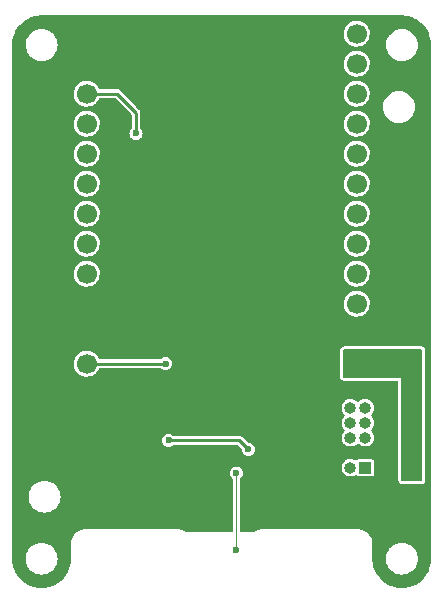
<source format=gbr>
%TF.GenerationSoftware,KiCad,Pcbnew,(6.0.10)*%
%TF.CreationDate,2023-01-02T18:22:58+01:00*%
%TF.ProjectId,sniffer,736e6966-6665-4722-9e6b-696361645f70,rev?*%
%TF.SameCoordinates,Original*%
%TF.FileFunction,Copper,L2,Bot*%
%TF.FilePolarity,Positive*%
%FSLAX46Y46*%
G04 Gerber Fmt 4.6, Leading zero omitted, Abs format (unit mm)*
G04 Created by KiCad (PCBNEW (6.0.10)) date 2023-01-02 18:22:58*
%MOMM*%
%LPD*%
G01*
G04 APERTURE LIST*
%TA.AperFunction,ComponentPad*%
%ADD10C,1.700000*%
%TD*%
%TA.AperFunction,ComponentPad*%
%ADD11O,1.000000X1.000000*%
%TD*%
%TA.AperFunction,ComponentPad*%
%ADD12R,1.000000X1.000000*%
%TD*%
%TA.AperFunction,ViaPad*%
%ADD13C,0.600000*%
%TD*%
%TA.AperFunction,Conductor*%
%ADD14C,0.125000*%
%TD*%
%TA.AperFunction,Conductor*%
%ADD15C,0.250000*%
%TD*%
G04 APERTURE END LIST*
D10*
%TO.P,U1,3V3_1,3V3*%
%TO.N,+3V3*%
X112230000Y-78800000D03*
%TO.P,U1,36,SVP/GPIO36/ADC0*%
%TO.N,unconnected-(U1-Pad36)*%
X112230000Y-81340000D03*
%TO.P,U1,37,GPIO37*%
%TO.N,unconnected-(U1-Pad37)*%
X112230000Y-83880000D03*
%TO.P,U1,38,GPIO38*%
%TO.N,unconnected-(U1-Pad38)*%
X112230000Y-86420000D03*
%TO.P,U1,39,SVN/GPIO39/ADC3*%
%TO.N,/BME_PWR_EN*%
X112230000Y-88960000D03*
%TO.P,U1,32,GPIO32/ADC4/TOUCH9*%
%TO.N,/PMS_PWR_EN*%
X112230000Y-91500000D03*
%TO.P,U1,33,GPIO33/ADC5/TOUCH8*%
%TO.N,/PMS_SET*%
X112230000Y-94040000D03*
%TO.P,U1,25,GPIO25/ADC18/DAC1*%
%TO.N,/PMS_RESET*%
X112230000Y-96580000D03*
%TO.P,U1,26,GPIO26/ADC19/DAC2*%
%TO.N,/PMS_RX*%
X112230000Y-99120000D03*
%TO.P,U1,27,GPIO27/ADC17/TOUCH7*%
%TO.N,/PMS_TX*%
X112230000Y-101660000D03*
%TO.P,U1,GND_4,GND*%
%TO.N,GND*%
X112230000Y-104200000D03*
%TO.P,U1,5V,5V*%
%TO.N,+5V*%
X112230000Y-106740000D03*
%TO.P,U1,GND_0,GND*%
%TO.N,GND*%
X89370000Y-78800000D03*
%TO.P,U1,GND_1,GND*%
X89370000Y-81340000D03*
%TO.P,U1,21,SDA*%
%TO.N,/SDA*%
X89370000Y-83880000D03*
%TO.P,U1,22,SCL*%
%TO.N,/SCL*%
X89370000Y-86420000D03*
%TO.P,U1,17,DIO*%
%TO.N,unconnected-(U1-Pad17)*%
X89370000Y-88960000D03*
%TO.P,U1,2,GPIO2/ADC12/TOUCH2*%
%TO.N,unconnected-(U1-Pad2)*%
X89370000Y-91500000D03*
%TO.P,U1,15,GPIO15/ADC13/TOUCH3*%
%TO.N,unconnected-(U1-Pad15)*%
X89370000Y-94040000D03*
%TO.P,U1,13,GPIO13/ADC14/TOUCH4*%
%TO.N,unconnected-(U1-Pad13)*%
X89370000Y-96580000D03*
%TO.P,U1,12,GPIO12/ADC15/TOUCH5*%
%TO.N,unconnected-(U1-Pad12)*%
X89370000Y-99120000D03*
%TO.P,U1,GND_2,GND*%
%TO.N,GND*%
X89370000Y-101660000D03*
%TO.P,U1,GND_3,GND*%
X89370000Y-104200000D03*
%TO.P,U1,3V3_0,3V3*%
%TO.N,+3V3*%
X89370000Y-106740000D03*
%TD*%
D11*
%TO.P,J1,4,Pin_4*%
%TO.N,GND*%
X111700000Y-114270000D03*
%TO.P,J1,2,Pin_2*%
%TO.N,Net-(J2-Pad1)*%
X111700000Y-115540000D03*
%TO.P,J1,8,Pin_8*%
%TO.N,unconnected-(J2-Pad8)*%
X111700000Y-111730000D03*
%TO.P,J1,9,Pin_9*%
%TO.N,/PMS_TX*%
X112970000Y-110460000D03*
%TO.P,J1,10,Pin_10*%
%TO.N,/PMS_SET*%
X111700000Y-110460000D03*
%TO.P,J1,3,Pin_3*%
%TO.N,GND*%
X112970000Y-114270000D03*
%TO.P,J1,6,Pin_6*%
%TO.N,unconnected-(J2-Pad6)*%
X111700000Y-113000000D03*
%TO.P,J1,7,Pin_7*%
%TO.N,/PMS_RX*%
X112970000Y-111730000D03*
D12*
%TO.P,J1,1,Pin_1*%
%TO.N,Net-(J2-Pad1)*%
X112970000Y-115540000D03*
D11*
%TO.P,J1,5,Pin_5*%
%TO.N,/PMS_RESET*%
X112970000Y-113000000D03*
%TD*%
D13*
%TO.N,Net-(JP1-Pad1)*%
X102050000Y-122500000D03*
%TO.N,GND*%
X110050000Y-87750000D03*
X110050000Y-82500000D03*
X104800000Y-89500000D03*
X111050000Y-95250000D03*
X113550000Y-100500000D03*
X113800000Y-98000000D03*
X112300000Y-108750000D03*
X110800000Y-118500000D03*
X95550000Y-119000000D03*
X93550000Y-120250000D03*
X100050000Y-119750000D03*
X94300000Y-88000000D03*
X92800000Y-88000000D03*
X94300000Y-105750000D03*
X94800000Y-112250000D03*
X107050000Y-115750000D03*
X102550000Y-115000000D03*
X109550000Y-117750000D03*
X112300000Y-118500000D03*
%TO.N,+3V3*%
X96050000Y-106750000D03*
%TO.N,/SDA*%
X93550000Y-87250000D03*
%TO.N,/BME_VDDIO*%
X103050000Y-114000000D03*
X96300000Y-113250000D03*
%TO.N,Net-(JP1-Pad1)*%
X102050000Y-116000000D03*
%TO.N,+5V*%
X116929000Y-114454000D03*
X116929000Y-116232000D03*
X116929000Y-115343000D03*
%TD*%
D14*
%TO.N,Net-(JP1-Pad1)*%
X102050000Y-122500000D02*
X102050000Y-116000000D01*
D15*
%TO.N,+3V3*%
X96040000Y-106740000D02*
X89370000Y-106740000D01*
X96050000Y-106750000D02*
X96040000Y-106740000D01*
%TO.N,/SDA*%
X93550000Y-85500000D02*
X91930000Y-83880000D01*
X93550000Y-87250000D02*
X93550000Y-85500000D01*
X91930000Y-83880000D02*
X89370000Y-83880000D01*
%TO.N,/BME_VDDIO*%
X102300000Y-113250000D02*
X103050000Y-114000000D01*
X96300000Y-113250000D02*
X102300000Y-113250000D01*
%TD*%
%TA.AperFunction,Conductor*%
%TO.N,GND*%
G36*
X116037496Y-77252921D02*
G01*
X116037827Y-77252987D01*
X116037829Y-77252987D01*
X116050000Y-77255408D01*
X116062173Y-77252986D01*
X116074582Y-77252986D01*
X116074582Y-77253346D01*
X116085156Y-77252626D01*
X116244372Y-77262257D01*
X116343674Y-77268264D01*
X116358778Y-77270098D01*
X116640672Y-77321757D01*
X116655445Y-77325398D01*
X116929066Y-77410662D01*
X116943284Y-77416054D01*
X117204624Y-77533674D01*
X117218097Y-77540745D01*
X117463358Y-77689011D01*
X117475879Y-77697654D01*
X117701476Y-77874397D01*
X117712865Y-77884487D01*
X117915513Y-78087135D01*
X117925603Y-78098524D01*
X118102346Y-78324121D01*
X118110989Y-78336642D01*
X118259255Y-78581903D01*
X118266325Y-78595374D01*
X118320345Y-78715400D01*
X118383944Y-78856712D01*
X118389338Y-78870934D01*
X118393133Y-78883111D01*
X118474602Y-79144555D01*
X118478243Y-79159328D01*
X118529902Y-79441222D01*
X118531736Y-79456326D01*
X118547374Y-79714842D01*
X118546654Y-79725418D01*
X118547014Y-79725418D01*
X118547014Y-79737827D01*
X118544592Y-79750000D01*
X118547013Y-79762171D01*
X118547013Y-79762173D01*
X118547079Y-79762504D01*
X118549500Y-79787085D01*
X118549500Y-123212915D01*
X118547079Y-123237496D01*
X118544592Y-123250000D01*
X118547014Y-123262173D01*
X118547014Y-123274582D01*
X118546654Y-123274582D01*
X118547374Y-123285158D01*
X118531736Y-123543674D01*
X118529902Y-123558778D01*
X118478243Y-123840672D01*
X118474602Y-123855445D01*
X118390513Y-124125298D01*
X118389340Y-124129061D01*
X118383946Y-124143284D01*
X118317170Y-124291654D01*
X118266326Y-124404624D01*
X118259255Y-124418097D01*
X118110989Y-124663358D01*
X118102346Y-124675879D01*
X117925603Y-124901476D01*
X117915513Y-124912865D01*
X117712865Y-125115513D01*
X117701476Y-125125603D01*
X117475879Y-125302346D01*
X117463358Y-125310989D01*
X117218097Y-125459255D01*
X117204626Y-125466325D01*
X116943284Y-125583946D01*
X116929066Y-125589338D01*
X116667033Y-125670991D01*
X116655445Y-125674602D01*
X116640672Y-125678243D01*
X116358778Y-125729902D01*
X116343674Y-125731736D01*
X116226802Y-125738806D01*
X116057605Y-125749040D01*
X116042395Y-125749040D01*
X115873198Y-125738806D01*
X115756326Y-125731736D01*
X115741222Y-125729902D01*
X115459328Y-125678243D01*
X115444555Y-125674602D01*
X115432967Y-125670991D01*
X115170934Y-125589338D01*
X115156716Y-125583946D01*
X114895374Y-125466325D01*
X114881903Y-125459255D01*
X114636642Y-125310989D01*
X114624121Y-125302346D01*
X114398524Y-125125603D01*
X114387135Y-125115513D01*
X114184487Y-124912865D01*
X114174397Y-124901476D01*
X113997654Y-124675879D01*
X113989011Y-124663358D01*
X113840745Y-124418097D01*
X113833674Y-124404624D01*
X113782830Y-124291654D01*
X113716054Y-124143284D01*
X113710660Y-124129061D01*
X113709488Y-124125298D01*
X113625398Y-123855445D01*
X113621757Y-123840672D01*
X113570098Y-123558778D01*
X113568264Y-123543674D01*
X113552626Y-123285158D01*
X113553346Y-123274582D01*
X113552986Y-123274582D01*
X113552986Y-123262173D01*
X113555408Y-123250000D01*
X114694341Y-123250000D01*
X114714937Y-123485408D01*
X114716361Y-123490722D01*
X114716361Y-123490723D01*
X114742019Y-123586479D01*
X114776097Y-123713663D01*
X114778419Y-123718643D01*
X114778420Y-123718645D01*
X114842212Y-123855445D01*
X114875965Y-123927829D01*
X115011505Y-124121401D01*
X115178599Y-124288495D01*
X115372171Y-124424035D01*
X115377149Y-124426356D01*
X115377152Y-124426358D01*
X115581355Y-124521580D01*
X115586337Y-124523903D01*
X115591645Y-124525325D01*
X115591647Y-124525326D01*
X115698363Y-124553920D01*
X115814592Y-124585063D01*
X115917682Y-124594082D01*
X115988310Y-124600262D01*
X115988317Y-124600262D01*
X115991034Y-124600500D01*
X116108966Y-124600500D01*
X116111683Y-124600262D01*
X116111690Y-124600262D01*
X116182318Y-124594082D01*
X116285408Y-124585063D01*
X116401637Y-124553920D01*
X116508353Y-124525326D01*
X116508355Y-124525325D01*
X116513663Y-124523903D01*
X116518645Y-124521580D01*
X116722848Y-124426358D01*
X116722851Y-124426356D01*
X116727829Y-124424035D01*
X116921401Y-124288495D01*
X117088495Y-124121401D01*
X117091655Y-124116889D01*
X117220878Y-123932339D01*
X117220881Y-123932334D01*
X117224035Y-123927830D01*
X117226358Y-123922848D01*
X117226361Y-123922843D01*
X117321580Y-123718645D01*
X117321581Y-123718644D01*
X117323903Y-123713663D01*
X117357982Y-123586479D01*
X117383639Y-123490723D01*
X117383639Y-123490722D01*
X117385063Y-123485408D01*
X117405659Y-123250000D01*
X117385063Y-123014592D01*
X117376025Y-122980861D01*
X117325326Y-122791647D01*
X117325325Y-122791645D01*
X117323903Y-122786337D01*
X117321580Y-122781355D01*
X117226358Y-122577152D01*
X117226356Y-122577149D01*
X117224035Y-122572171D01*
X117088495Y-122378599D01*
X116921401Y-122211505D01*
X116727829Y-122075965D01*
X116722851Y-122073644D01*
X116722848Y-122073642D01*
X116518645Y-121978420D01*
X116518643Y-121978419D01*
X116513663Y-121976097D01*
X116508355Y-121974675D01*
X116508353Y-121974674D01*
X116290723Y-121916361D01*
X116290722Y-121916361D01*
X116285408Y-121914937D01*
X116182318Y-121905918D01*
X116111690Y-121899738D01*
X116111683Y-121899738D01*
X116108966Y-121899500D01*
X115991034Y-121899500D01*
X115988317Y-121899738D01*
X115988310Y-121899738D01*
X115917682Y-121905918D01*
X115814592Y-121914937D01*
X115809278Y-121916361D01*
X115809277Y-121916361D01*
X115591647Y-121974674D01*
X115591645Y-121974675D01*
X115586337Y-121976097D01*
X115581357Y-121978419D01*
X115581355Y-121978420D01*
X115377152Y-122073642D01*
X115377149Y-122073644D01*
X115372171Y-122075965D01*
X115178599Y-122211505D01*
X115011505Y-122378599D01*
X115008348Y-122383107D01*
X115008346Y-122383110D01*
X114926499Y-122500000D01*
X114875965Y-122572170D01*
X114873642Y-122577152D01*
X114873639Y-122577157D01*
X114780159Y-122777625D01*
X114776097Y-122786337D01*
X114774675Y-122791645D01*
X114774674Y-122791647D01*
X114723975Y-122980861D01*
X114714937Y-123014592D01*
X114694341Y-123250000D01*
X113555408Y-123250000D01*
X113552921Y-123237496D01*
X113550500Y-123212915D01*
X113550500Y-122037085D01*
X113552921Y-122012504D01*
X113552987Y-122012171D01*
X113555408Y-122000000D01*
X113553686Y-121991341D01*
X113552670Y-121978420D01*
X113544731Y-121877558D01*
X113538924Y-121803774D01*
X113537770Y-121798967D01*
X113537769Y-121798961D01*
X113494129Y-121617191D01*
X113492974Y-121612379D01*
X113491080Y-121607806D01*
X113419544Y-121435103D01*
X113419542Y-121435099D01*
X113417649Y-121430529D01*
X113314804Y-121262702D01*
X113186971Y-121113029D01*
X113037298Y-120985196D01*
X112869471Y-120882351D01*
X112864901Y-120880458D01*
X112864897Y-120880456D01*
X112692194Y-120808920D01*
X112692192Y-120808919D01*
X112687621Y-120807026D01*
X112620469Y-120790904D01*
X112501039Y-120762231D01*
X112501033Y-120762230D01*
X112496226Y-120761076D01*
X112422442Y-120755269D01*
X112317534Y-120747012D01*
X112317528Y-120747012D01*
X112308659Y-120746314D01*
X112300000Y-120744592D01*
X112287829Y-120747013D01*
X112287496Y-120747079D01*
X112262915Y-120749500D01*
X104337085Y-120749500D01*
X104312504Y-120747079D01*
X104312171Y-120747013D01*
X104300000Y-120744592D01*
X104291341Y-120746314D01*
X104282472Y-120747012D01*
X104282466Y-120747012D01*
X104177558Y-120755269D01*
X104103774Y-120761076D01*
X104098967Y-120762230D01*
X104098961Y-120762231D01*
X103979531Y-120790904D01*
X103912379Y-120807026D01*
X103907808Y-120808919D01*
X103907806Y-120808920D01*
X103735103Y-120880456D01*
X103735099Y-120880458D01*
X103730529Y-120882351D01*
X103726310Y-120884936D01*
X103726299Y-120884942D01*
X103568843Y-120981432D01*
X103503008Y-121000000D01*
X102489000Y-121000000D01*
X102420879Y-120979998D01*
X102374386Y-120926342D01*
X102363000Y-120874000D01*
X102363000Y-116515852D01*
X102383002Y-116447731D01*
X102412291Y-116415894D01*
X102442621Y-116392621D01*
X102530861Y-116277625D01*
X102586330Y-116143709D01*
X102605250Y-116000000D01*
X102586330Y-115856291D01*
X102530861Y-115722375D01*
X102442621Y-115607379D01*
X102341069Y-115529455D01*
X110944825Y-115529455D01*
X110945512Y-115536462D01*
X110945512Y-115536465D01*
X110952465Y-115607379D01*
X110961255Y-115697025D01*
X111014402Y-115856791D01*
X111018049Y-115862813D01*
X111018050Y-115862815D01*
X111019059Y-115864480D01*
X111101624Y-116000812D01*
X111218586Y-116121929D01*
X111224483Y-116125788D01*
X111353577Y-116210266D01*
X111353581Y-116210268D01*
X111359475Y-116214125D01*
X111517289Y-116272815D01*
X111524270Y-116273746D01*
X111524272Y-116273747D01*
X111569812Y-116279823D01*
X111684183Y-116295083D01*
X111691194Y-116294445D01*
X111691198Y-116294445D01*
X111844843Y-116280462D01*
X111851864Y-116279823D01*
X111858566Y-116277645D01*
X111858568Y-116277645D01*
X112005298Y-116229970D01*
X112005301Y-116229969D01*
X112011997Y-116227793D01*
X112111022Y-116168762D01*
X112179776Y-116151062D01*
X112247185Y-116173344D01*
X112280306Y-116206992D01*
X112289399Y-116220601D01*
X112372260Y-116275966D01*
X112445326Y-116290500D01*
X113494674Y-116290500D01*
X113567740Y-116275966D01*
X113650601Y-116220601D01*
X113705966Y-116137740D01*
X113720500Y-116064674D01*
X113720500Y-115015326D01*
X113705966Y-114942260D01*
X113650601Y-114859399D01*
X113567740Y-114804034D01*
X113494674Y-114789500D01*
X112445326Y-114789500D01*
X112372260Y-114804034D01*
X112289399Y-114859399D01*
X112282507Y-114869714D01*
X112280012Y-114873448D01*
X112225536Y-114918976D01*
X112155093Y-114927825D01*
X112107735Y-114909834D01*
X112031079Y-114861187D01*
X111872462Y-114804706D01*
X111865474Y-114803873D01*
X111865471Y-114803872D01*
X111755068Y-114790707D01*
X111705273Y-114784769D01*
X111698270Y-114785505D01*
X111698269Y-114785505D01*
X111660261Y-114789500D01*
X111537821Y-114802369D01*
X111531155Y-114804638D01*
X111531152Y-114804639D01*
X111385098Y-114854360D01*
X111385095Y-114854361D01*
X111378431Y-114856630D01*
X111372436Y-114860318D01*
X111372432Y-114860320D01*
X111241021Y-114941165D01*
X111241019Y-114941167D01*
X111235022Y-114944856D01*
X111114724Y-115062661D01*
X111023515Y-115204190D01*
X110965927Y-115362409D01*
X110944825Y-115529455D01*
X102341069Y-115529455D01*
X102327625Y-115519139D01*
X102193709Y-115463670D01*
X102050000Y-115444750D01*
X101906291Y-115463670D01*
X101772375Y-115519139D01*
X101657379Y-115607379D01*
X101569139Y-115722375D01*
X101513670Y-115856291D01*
X101494750Y-116000000D01*
X101513670Y-116143709D01*
X101569139Y-116277625D01*
X101657379Y-116392621D01*
X101687706Y-116415892D01*
X101729571Y-116473227D01*
X101737000Y-116515852D01*
X101737000Y-120874000D01*
X101716998Y-120942121D01*
X101663342Y-120988614D01*
X101611000Y-121000000D01*
X97846992Y-121000000D01*
X97781157Y-120981432D01*
X97623701Y-120884942D01*
X97623690Y-120884936D01*
X97619471Y-120882351D01*
X97614901Y-120880458D01*
X97614897Y-120880456D01*
X97442194Y-120808920D01*
X97442192Y-120808919D01*
X97437621Y-120807026D01*
X97370469Y-120790904D01*
X97251039Y-120762231D01*
X97251033Y-120762230D01*
X97246226Y-120761076D01*
X97172442Y-120755269D01*
X97067534Y-120747012D01*
X97067528Y-120747012D01*
X97058659Y-120746314D01*
X97050000Y-120744592D01*
X97037829Y-120747013D01*
X97037496Y-120747079D01*
X97012915Y-120749500D01*
X89337085Y-120749500D01*
X89312504Y-120747079D01*
X89312171Y-120747013D01*
X89300000Y-120744592D01*
X89291341Y-120746314D01*
X89282472Y-120747012D01*
X89282466Y-120747012D01*
X89177558Y-120755269D01*
X89103774Y-120761076D01*
X89098967Y-120762230D01*
X89098961Y-120762231D01*
X88979531Y-120790904D01*
X88912379Y-120807026D01*
X88907808Y-120808919D01*
X88907806Y-120808920D01*
X88735103Y-120880456D01*
X88735099Y-120880458D01*
X88730529Y-120882351D01*
X88562702Y-120985196D01*
X88413029Y-121113029D01*
X88285196Y-121262702D01*
X88182351Y-121430529D01*
X88180458Y-121435099D01*
X88180456Y-121435103D01*
X88108920Y-121607806D01*
X88107026Y-121612379D01*
X88105871Y-121617191D01*
X88062231Y-121798961D01*
X88062230Y-121798967D01*
X88061076Y-121803774D01*
X88055269Y-121877558D01*
X88047331Y-121978420D01*
X88046314Y-121991341D01*
X88044592Y-122000000D01*
X88047013Y-122012171D01*
X88047079Y-122012504D01*
X88049500Y-122037085D01*
X88049500Y-123212915D01*
X88047079Y-123237496D01*
X88044592Y-123250000D01*
X88047014Y-123262173D01*
X88047014Y-123274582D01*
X88046654Y-123274582D01*
X88047374Y-123285158D01*
X88031736Y-123543674D01*
X88029902Y-123558778D01*
X87978243Y-123840672D01*
X87974602Y-123855445D01*
X87890513Y-124125298D01*
X87889340Y-124129061D01*
X87883946Y-124143284D01*
X87817170Y-124291654D01*
X87766326Y-124404624D01*
X87759255Y-124418097D01*
X87610989Y-124663358D01*
X87602346Y-124675879D01*
X87425603Y-124901476D01*
X87415513Y-124912865D01*
X87212865Y-125115513D01*
X87201476Y-125125603D01*
X86975879Y-125302346D01*
X86963358Y-125310989D01*
X86718097Y-125459255D01*
X86704626Y-125466325D01*
X86443284Y-125583946D01*
X86429066Y-125589338D01*
X86167033Y-125670991D01*
X86155445Y-125674602D01*
X86140672Y-125678243D01*
X85858778Y-125729902D01*
X85843674Y-125731736D01*
X85726802Y-125738806D01*
X85557605Y-125749040D01*
X85542395Y-125749040D01*
X85373198Y-125738806D01*
X85256326Y-125731736D01*
X85241222Y-125729902D01*
X84959328Y-125678243D01*
X84944555Y-125674602D01*
X84932967Y-125670991D01*
X84670934Y-125589338D01*
X84656716Y-125583946D01*
X84395374Y-125466325D01*
X84381903Y-125459255D01*
X84136642Y-125310989D01*
X84124121Y-125302346D01*
X83898524Y-125125603D01*
X83887135Y-125115513D01*
X83684487Y-124912865D01*
X83674397Y-124901476D01*
X83497654Y-124675879D01*
X83489011Y-124663358D01*
X83340745Y-124418097D01*
X83333674Y-124404624D01*
X83282830Y-124291654D01*
X83216054Y-124143284D01*
X83210660Y-124129061D01*
X83209488Y-124125298D01*
X83125398Y-123855445D01*
X83121757Y-123840672D01*
X83070098Y-123558778D01*
X83068264Y-123543674D01*
X83052626Y-123285158D01*
X83053346Y-123274582D01*
X83052986Y-123274582D01*
X83052986Y-123262173D01*
X83055408Y-123250000D01*
X84194341Y-123250000D01*
X84214937Y-123485408D01*
X84216361Y-123490722D01*
X84216361Y-123490723D01*
X84242019Y-123586479D01*
X84276097Y-123713663D01*
X84278419Y-123718643D01*
X84278420Y-123718645D01*
X84342212Y-123855445D01*
X84375965Y-123927829D01*
X84511505Y-124121401D01*
X84678599Y-124288495D01*
X84872171Y-124424035D01*
X84877149Y-124426356D01*
X84877152Y-124426358D01*
X85081355Y-124521580D01*
X85086337Y-124523903D01*
X85091645Y-124525325D01*
X85091647Y-124525326D01*
X85198363Y-124553920D01*
X85314592Y-124585063D01*
X85417682Y-124594082D01*
X85488310Y-124600262D01*
X85488317Y-124600262D01*
X85491034Y-124600500D01*
X85608966Y-124600500D01*
X85611683Y-124600262D01*
X85611690Y-124600262D01*
X85682318Y-124594082D01*
X85785408Y-124585063D01*
X85901637Y-124553920D01*
X86008353Y-124525326D01*
X86008355Y-124525325D01*
X86013663Y-124523903D01*
X86018645Y-124521580D01*
X86222848Y-124426358D01*
X86222851Y-124426356D01*
X86227829Y-124424035D01*
X86421401Y-124288495D01*
X86588495Y-124121401D01*
X86591655Y-124116889D01*
X86720878Y-123932339D01*
X86720881Y-123932334D01*
X86724035Y-123927830D01*
X86726358Y-123922848D01*
X86726361Y-123922843D01*
X86821580Y-123718645D01*
X86821581Y-123718644D01*
X86823903Y-123713663D01*
X86857982Y-123586479D01*
X86883639Y-123490723D01*
X86883639Y-123490722D01*
X86885063Y-123485408D01*
X86905659Y-123250000D01*
X86885063Y-123014592D01*
X86876025Y-122980861D01*
X86825326Y-122791647D01*
X86825325Y-122791645D01*
X86823903Y-122786337D01*
X86821580Y-122781355D01*
X86726358Y-122577152D01*
X86726356Y-122577149D01*
X86724035Y-122572171D01*
X86588495Y-122378599D01*
X86421401Y-122211505D01*
X86227829Y-122075965D01*
X86222851Y-122073644D01*
X86222848Y-122073642D01*
X86018645Y-121978420D01*
X86018643Y-121978419D01*
X86013663Y-121976097D01*
X86008355Y-121974675D01*
X86008353Y-121974674D01*
X85790723Y-121916361D01*
X85790722Y-121916361D01*
X85785408Y-121914937D01*
X85682318Y-121905918D01*
X85611690Y-121899738D01*
X85611683Y-121899738D01*
X85608966Y-121899500D01*
X85491034Y-121899500D01*
X85488317Y-121899738D01*
X85488310Y-121899738D01*
X85417682Y-121905918D01*
X85314592Y-121914937D01*
X85309278Y-121916361D01*
X85309277Y-121916361D01*
X85091647Y-121974674D01*
X85091645Y-121974675D01*
X85086337Y-121976097D01*
X85081357Y-121978419D01*
X85081355Y-121978420D01*
X84877152Y-122073642D01*
X84877149Y-122073644D01*
X84872171Y-122075965D01*
X84678599Y-122211505D01*
X84511505Y-122378599D01*
X84508348Y-122383107D01*
X84508346Y-122383110D01*
X84426499Y-122500000D01*
X84375965Y-122572170D01*
X84373642Y-122577152D01*
X84373639Y-122577157D01*
X84280159Y-122777625D01*
X84276097Y-122786337D01*
X84274675Y-122791645D01*
X84274674Y-122791647D01*
X84223975Y-122980861D01*
X84214937Y-123014592D01*
X84194341Y-123250000D01*
X83055408Y-123250000D01*
X83052921Y-123237496D01*
X83050500Y-123212915D01*
X83050500Y-118000000D01*
X84444341Y-118000000D01*
X84464937Y-118235408D01*
X84526097Y-118463663D01*
X84625965Y-118677829D01*
X84761505Y-118871401D01*
X84928599Y-119038495D01*
X85122171Y-119174035D01*
X85127149Y-119176356D01*
X85127152Y-119176358D01*
X85331355Y-119271580D01*
X85336337Y-119273903D01*
X85341645Y-119275325D01*
X85341647Y-119275326D01*
X85559277Y-119333639D01*
X85564592Y-119335063D01*
X85667682Y-119344082D01*
X85738310Y-119350262D01*
X85738317Y-119350262D01*
X85741034Y-119350500D01*
X85858966Y-119350500D01*
X85861683Y-119350262D01*
X85861690Y-119350262D01*
X85932318Y-119344082D01*
X86035408Y-119335063D01*
X86040723Y-119333639D01*
X86258353Y-119275326D01*
X86258355Y-119275325D01*
X86263663Y-119273903D01*
X86268645Y-119271580D01*
X86472848Y-119176358D01*
X86472851Y-119176356D01*
X86477829Y-119174035D01*
X86671401Y-119038495D01*
X86838495Y-118871401D01*
X86841655Y-118866889D01*
X86970878Y-118682339D01*
X86970881Y-118682334D01*
X86974035Y-118677830D01*
X86976358Y-118672848D01*
X86976361Y-118672843D01*
X87071580Y-118468645D01*
X87071581Y-118468644D01*
X87073903Y-118463663D01*
X87135063Y-118235408D01*
X87155659Y-118000000D01*
X87135063Y-117764592D01*
X87073903Y-117536337D01*
X86974035Y-117322171D01*
X86838495Y-117128599D01*
X86671401Y-116961505D01*
X86477829Y-116825965D01*
X86472851Y-116823644D01*
X86472848Y-116823642D01*
X86268645Y-116728420D01*
X86268643Y-116728419D01*
X86263663Y-116726097D01*
X86258355Y-116724675D01*
X86258353Y-116724674D01*
X86040723Y-116666361D01*
X86040722Y-116666361D01*
X86035408Y-116664937D01*
X85932318Y-116655918D01*
X85861690Y-116649738D01*
X85861683Y-116649738D01*
X85858966Y-116649500D01*
X85741034Y-116649500D01*
X85738317Y-116649738D01*
X85738310Y-116649738D01*
X85667682Y-116655918D01*
X85564592Y-116664937D01*
X85559278Y-116666361D01*
X85559277Y-116666361D01*
X85341647Y-116724674D01*
X85341645Y-116724675D01*
X85336337Y-116726097D01*
X85331357Y-116728419D01*
X85331355Y-116728420D01*
X85127152Y-116823642D01*
X85127149Y-116823644D01*
X85122171Y-116825965D01*
X84928599Y-116961505D01*
X84761505Y-117128599D01*
X84758348Y-117133107D01*
X84758346Y-117133110D01*
X84629122Y-117317661D01*
X84625965Y-117322170D01*
X84623642Y-117327152D01*
X84623639Y-117327157D01*
X84528420Y-117531355D01*
X84526097Y-117536337D01*
X84464937Y-117764592D01*
X84444341Y-118000000D01*
X83050500Y-118000000D01*
X83050500Y-113250000D01*
X95744750Y-113250000D01*
X95763670Y-113393709D01*
X95819139Y-113527625D01*
X95907379Y-113642621D01*
X96022375Y-113730861D01*
X96156291Y-113786330D01*
X96300000Y-113805250D01*
X96443709Y-113786330D01*
X96577625Y-113730861D01*
X96681000Y-113651538D01*
X96747220Y-113625937D01*
X96757704Y-113625500D01*
X102092273Y-113625500D01*
X102160394Y-113645502D01*
X102181368Y-113662405D01*
X102460835Y-113941872D01*
X102494861Y-114004184D01*
X102496661Y-114014515D01*
X102513670Y-114143709D01*
X102569139Y-114277625D01*
X102657379Y-114392621D01*
X102772375Y-114480861D01*
X102906291Y-114536330D01*
X103050000Y-114555250D01*
X103193709Y-114536330D01*
X103327625Y-114480861D01*
X103442621Y-114392621D01*
X103530861Y-114277625D01*
X103586330Y-114143709D01*
X103605250Y-114000000D01*
X103586330Y-113856291D01*
X103530861Y-113722375D01*
X103442621Y-113607379D01*
X103327625Y-113519139D01*
X103193709Y-113463670D01*
X103064520Y-113446662D01*
X102999594Y-113417940D01*
X102991872Y-113410835D01*
X102603348Y-113022311D01*
X102588623Y-113004080D01*
X102587222Y-113002540D01*
X102581572Y-112993790D01*
X102576073Y-112989455D01*
X110944825Y-112989455D01*
X110945512Y-112996462D01*
X110945512Y-112996465D01*
X110948046Y-113022311D01*
X110961255Y-113157025D01*
X111014402Y-113316791D01*
X111018049Y-113322813D01*
X111018050Y-113322815D01*
X111093603Y-113447567D01*
X111101624Y-113460812D01*
X111106513Y-113465875D01*
X111106514Y-113465876D01*
X111166145Y-113527625D01*
X111218586Y-113581929D01*
X111224483Y-113585788D01*
X111353577Y-113670266D01*
X111353581Y-113670268D01*
X111359475Y-113674125D01*
X111517289Y-113732815D01*
X111524270Y-113733746D01*
X111524272Y-113733747D01*
X111569812Y-113739823D01*
X111684183Y-113755083D01*
X111691194Y-113754445D01*
X111691198Y-113754445D01*
X111844843Y-113740462D01*
X111851864Y-113739823D01*
X111858566Y-113737645D01*
X111858568Y-113737645D01*
X112005298Y-113689970D01*
X112005301Y-113689969D01*
X112011997Y-113687793D01*
X112156623Y-113601578D01*
X112243193Y-113519139D01*
X112248829Y-113513772D01*
X112311954Y-113481280D01*
X112382625Y-113488074D01*
X112426357Y-113517490D01*
X112442473Y-113534178D01*
X112488586Y-113581929D01*
X112494483Y-113585788D01*
X112623577Y-113670266D01*
X112623581Y-113670268D01*
X112629475Y-113674125D01*
X112787289Y-113732815D01*
X112794270Y-113733746D01*
X112794272Y-113733747D01*
X112839812Y-113739823D01*
X112954183Y-113755083D01*
X112961194Y-113754445D01*
X112961198Y-113754445D01*
X113114843Y-113740462D01*
X113121864Y-113739823D01*
X113128566Y-113737645D01*
X113128568Y-113737645D01*
X113275298Y-113689970D01*
X113275301Y-113689969D01*
X113281997Y-113687793D01*
X113426623Y-113601578D01*
X113431717Y-113596727D01*
X113431721Y-113596724D01*
X113543454Y-113490322D01*
X113543455Y-113490320D01*
X113548554Y-113485465D01*
X113560935Y-113466831D01*
X113609517Y-113393709D01*
X113641731Y-113345223D01*
X113701521Y-113187823D01*
X113724955Y-113021088D01*
X113725249Y-113000000D01*
X113714944Y-112908128D01*
X113707266Y-112839672D01*
X113707265Y-112839669D01*
X113706481Y-112832676D01*
X113651108Y-112673668D01*
X113561884Y-112530879D01*
X113548830Y-112517733D01*
X113485085Y-112453542D01*
X113451278Y-112391111D01*
X113456590Y-112320314D01*
X113487599Y-112273513D01*
X113543450Y-112220327D01*
X113543456Y-112220319D01*
X113548554Y-112215465D01*
X113564934Y-112190812D01*
X113637836Y-112081085D01*
X113641731Y-112075223D01*
X113701521Y-111917823D01*
X113724955Y-111751088D01*
X113725249Y-111730000D01*
X113706481Y-111562676D01*
X113651108Y-111403668D01*
X113561884Y-111260879D01*
X113548830Y-111247733D01*
X113485085Y-111183542D01*
X113451278Y-111121111D01*
X113456590Y-111050314D01*
X113487599Y-111003513D01*
X113543450Y-110950327D01*
X113543456Y-110950319D01*
X113548554Y-110945465D01*
X113564934Y-110920812D01*
X113637836Y-110811085D01*
X113641731Y-110805223D01*
X113701521Y-110647823D01*
X113724955Y-110481088D01*
X113725249Y-110460000D01*
X113706481Y-110292676D01*
X113651108Y-110133668D01*
X113561884Y-109990879D01*
X113549721Y-109978631D01*
X113448205Y-109876403D01*
X113448201Y-109876400D01*
X113443242Y-109871406D01*
X113301079Y-109781187D01*
X113142462Y-109724706D01*
X113135474Y-109723873D01*
X113135471Y-109723872D01*
X113042300Y-109712762D01*
X112975273Y-109704769D01*
X112968270Y-109705505D01*
X112968269Y-109705505D01*
X112922712Y-109710293D01*
X112807821Y-109722369D01*
X112801155Y-109724638D01*
X112801152Y-109724639D01*
X112655098Y-109774360D01*
X112655095Y-109774361D01*
X112648431Y-109776630D01*
X112642436Y-109780318D01*
X112642432Y-109780320D01*
X112511021Y-109861165D01*
X112511019Y-109861167D01*
X112505022Y-109864856D01*
X112422915Y-109945262D01*
X112360250Y-109978631D01*
X112289492Y-109972825D01*
X112245352Y-109944021D01*
X112178205Y-109876403D01*
X112178201Y-109876400D01*
X112173242Y-109871406D01*
X112031079Y-109781187D01*
X111872462Y-109724706D01*
X111865474Y-109723873D01*
X111865471Y-109723872D01*
X111772300Y-109712762D01*
X111705273Y-109704769D01*
X111698270Y-109705505D01*
X111698269Y-109705505D01*
X111652712Y-109710293D01*
X111537821Y-109722369D01*
X111531155Y-109724638D01*
X111531152Y-109724639D01*
X111385098Y-109774360D01*
X111385095Y-109774361D01*
X111378431Y-109776630D01*
X111372436Y-109780318D01*
X111372432Y-109780320D01*
X111241021Y-109861165D01*
X111241019Y-109861167D01*
X111235022Y-109864856D01*
X111114724Y-109982661D01*
X111023515Y-110124190D01*
X110965927Y-110282409D01*
X110944825Y-110449455D01*
X110945512Y-110456462D01*
X110945512Y-110456465D01*
X110948311Y-110485010D01*
X110961255Y-110617025D01*
X111014402Y-110776791D01*
X111018049Y-110782813D01*
X111018050Y-110782815D01*
X111065054Y-110860427D01*
X111101624Y-110920812D01*
X111106513Y-110925875D01*
X111106514Y-110925876D01*
X111185778Y-111007955D01*
X111218711Y-111070852D01*
X111212411Y-111141568D01*
X111183300Y-111185506D01*
X111114724Y-111252661D01*
X111023515Y-111394190D01*
X110965927Y-111552409D01*
X110944825Y-111719455D01*
X110945512Y-111726462D01*
X110945512Y-111726465D01*
X110948311Y-111755010D01*
X110961255Y-111887025D01*
X111014402Y-112046791D01*
X111018049Y-112052813D01*
X111018050Y-112052815D01*
X111065054Y-112130427D01*
X111101624Y-112190812D01*
X111106513Y-112195875D01*
X111106514Y-112195876D01*
X111185778Y-112277955D01*
X111218711Y-112340852D01*
X111212411Y-112411568D01*
X111183300Y-112455506D01*
X111114724Y-112522661D01*
X111023515Y-112664190D01*
X111021105Y-112670810D01*
X111021104Y-112670813D01*
X111005898Y-112712592D01*
X110965927Y-112822409D01*
X110944825Y-112989455D01*
X102576073Y-112989455D01*
X102555535Y-112973264D01*
X102551168Y-112969383D01*
X102551102Y-112969461D01*
X102547144Y-112966107D01*
X102543462Y-112962425D01*
X102539231Y-112959402D01*
X102539228Y-112959399D01*
X102534409Y-112955956D01*
X102527948Y-112951339D01*
X102523212Y-112947783D01*
X102483400Y-112916397D01*
X102474851Y-112913395D01*
X102467481Y-112908128D01*
X102434203Y-112898176D01*
X102418930Y-112893608D01*
X102413286Y-112891774D01*
X102372935Y-112877604D01*
X102372929Y-112877603D01*
X102365452Y-112874977D01*
X102359945Y-112874500D01*
X102357238Y-112874500D01*
X102354665Y-112874389D01*
X102354506Y-112874341D01*
X102354512Y-112874197D01*
X102353892Y-112874158D01*
X102347713Y-112872310D01*
X102294445Y-112874403D01*
X102289498Y-112874500D01*
X96757704Y-112874500D01*
X96689583Y-112854498D01*
X96681000Y-112848462D01*
X96669545Y-112839672D01*
X96577625Y-112769139D01*
X96443709Y-112713670D01*
X96300000Y-112694750D01*
X96156291Y-112713670D01*
X96022375Y-112769139D01*
X95907379Y-112857379D01*
X95819139Y-112972375D01*
X95763670Y-113106291D01*
X95744750Y-113250000D01*
X83050500Y-113250000D01*
X83050500Y-106711069D01*
X88265164Y-106711069D01*
X88278392Y-106912894D01*
X88328178Y-107108928D01*
X88412856Y-107292607D01*
X88529588Y-107457780D01*
X88674466Y-107598913D01*
X88842637Y-107711282D01*
X88847940Y-107713560D01*
X88847943Y-107713562D01*
X88936291Y-107751519D01*
X89028470Y-107791122D01*
X89225740Y-107835760D01*
X89231509Y-107835987D01*
X89231512Y-107835987D01*
X89307683Y-107838979D01*
X89427842Y-107843700D01*
X89514132Y-107831189D01*
X89577510Y-107822000D01*
X110808500Y-107822000D01*
X110814339Y-107876309D01*
X110825725Y-107928651D01*
X110832961Y-107955028D01*
X110882292Y-108041659D01*
X110928785Y-108095315D01*
X110961561Y-108126941D01*
X110997703Y-108145847D01*
X111044417Y-108170283D01*
X111044422Y-108170285D01*
X111049897Y-108173149D01*
X111055833Y-108174892D01*
X111113695Y-108191882D01*
X111113699Y-108191883D01*
X111118018Y-108193151D01*
X111122466Y-108193791D01*
X111122473Y-108193792D01*
X111185552Y-108202861D01*
X111185559Y-108202861D01*
X111190000Y-108203500D01*
X115635500Y-108203500D01*
X115703621Y-108223502D01*
X115750114Y-108277158D01*
X115761500Y-108329500D01*
X115761500Y-116585000D01*
X115767339Y-116639309D01*
X115768053Y-116642593D01*
X115768054Y-116642597D01*
X115770214Y-116652527D01*
X115778725Y-116691651D01*
X115785961Y-116718028D01*
X115789861Y-116724878D01*
X115789862Y-116724879D01*
X115793110Y-116730583D01*
X115835292Y-116804659D01*
X115839344Y-116809335D01*
X115872895Y-116848055D01*
X115881785Y-116858315D01*
X115914561Y-116889941D01*
X115950703Y-116908847D01*
X115997417Y-116933283D01*
X115997422Y-116933285D01*
X116002897Y-116936149D01*
X116008833Y-116937892D01*
X116066695Y-116954882D01*
X116066699Y-116954883D01*
X116071018Y-116956151D01*
X116075466Y-116956791D01*
X116075473Y-116956792D01*
X116138552Y-116965861D01*
X116138559Y-116965861D01*
X116143000Y-116966500D01*
X117669000Y-116966500D01*
X117723309Y-116960661D01*
X117726593Y-116959947D01*
X117726597Y-116959946D01*
X117774019Y-116949630D01*
X117775651Y-116949275D01*
X117777247Y-116948837D01*
X117777264Y-116948833D01*
X117794428Y-116944124D01*
X117794429Y-116944124D01*
X117802028Y-116942039D01*
X117888659Y-116892708D01*
X117942315Y-116846215D01*
X117973941Y-116813439D01*
X117992847Y-116777297D01*
X118017283Y-116730583D01*
X118017285Y-116730578D01*
X118020149Y-116725103D01*
X118029498Y-116693264D01*
X118038882Y-116661305D01*
X118038883Y-116661301D01*
X118040151Y-116656982D01*
X118040792Y-116652527D01*
X118049861Y-116589448D01*
X118049861Y-116589441D01*
X118050500Y-116585000D01*
X118050500Y-105661000D01*
X118044661Y-105606691D01*
X118033275Y-105554349D01*
X118026039Y-105527972D01*
X117976708Y-105441341D01*
X117940700Y-105399785D01*
X117932055Y-105389808D01*
X117932050Y-105389803D01*
X117930215Y-105387685D01*
X117897439Y-105356059D01*
X117861297Y-105337153D01*
X117814583Y-105312717D01*
X117814578Y-105312715D01*
X117809103Y-105309851D01*
X117802329Y-105307862D01*
X117745305Y-105291118D01*
X117745301Y-105291117D01*
X117740982Y-105289849D01*
X117736534Y-105289209D01*
X117736527Y-105289208D01*
X117673448Y-105280139D01*
X117673441Y-105280139D01*
X117669000Y-105279500D01*
X111190000Y-105279500D01*
X111135691Y-105285339D01*
X111132407Y-105286053D01*
X111132403Y-105286054D01*
X111086931Y-105295946D01*
X111083349Y-105296725D01*
X111081753Y-105297163D01*
X111081736Y-105297167D01*
X111064572Y-105301876D01*
X111056972Y-105303961D01*
X110970341Y-105353292D01*
X110916685Y-105399785D01*
X110885059Y-105432561D01*
X110877653Y-105446720D01*
X110841717Y-105515417D01*
X110841715Y-105515422D01*
X110838851Y-105520897D01*
X110837108Y-105526833D01*
X110829029Y-105554349D01*
X110818849Y-105589018D01*
X110818209Y-105593466D01*
X110818208Y-105593473D01*
X110811237Y-105641966D01*
X110808500Y-105661000D01*
X110808500Y-107822000D01*
X89577510Y-107822000D01*
X89622286Y-107815508D01*
X89622291Y-107815507D01*
X89628007Y-107814678D01*
X89633479Y-107812820D01*
X89633481Y-107812820D01*
X89814067Y-107751519D01*
X89814069Y-107751518D01*
X89819531Y-107749664D01*
X89996001Y-107650837D01*
X90058433Y-107598913D01*
X90147073Y-107525191D01*
X90151505Y-107521505D01*
X90280837Y-107366001D01*
X90379664Y-107189531D01*
X90379855Y-107188969D01*
X90424747Y-107136155D01*
X90493872Y-107115500D01*
X95579592Y-107115500D01*
X95647713Y-107135502D01*
X95657061Y-107143036D01*
X95657379Y-107142621D01*
X95772375Y-107230861D01*
X95906291Y-107286330D01*
X96050000Y-107305250D01*
X96193709Y-107286330D01*
X96327625Y-107230861D01*
X96442621Y-107142621D01*
X96530861Y-107027625D01*
X96586330Y-106893709D01*
X96605250Y-106750000D01*
X96586330Y-106606291D01*
X96530861Y-106472375D01*
X96442621Y-106357379D01*
X96327625Y-106269139D01*
X96193709Y-106213670D01*
X96050000Y-106194750D01*
X95906291Y-106213670D01*
X95772375Y-106269139D01*
X95682032Y-106338462D01*
X95615812Y-106364063D01*
X95605328Y-106364500D01*
X90490305Y-106364500D01*
X90422184Y-106344498D01*
X90377299Y-106294229D01*
X90364926Y-106269139D01*
X90312351Y-106162527D01*
X90294079Y-106138057D01*
X90194788Y-106005091D01*
X90194787Y-106005090D01*
X90191335Y-106000467D01*
X90168350Y-105979220D01*
X90047053Y-105867094D01*
X90047051Y-105867092D01*
X90042812Y-105863174D01*
X90015374Y-105845862D01*
X89876637Y-105758325D01*
X89871757Y-105755246D01*
X89683898Y-105680298D01*
X89485526Y-105640839D01*
X89479752Y-105640763D01*
X89479748Y-105640763D01*
X89377257Y-105639422D01*
X89283286Y-105638192D01*
X89277589Y-105639171D01*
X89277588Y-105639171D01*
X89089646Y-105671465D01*
X89089645Y-105671465D01*
X89083949Y-105672444D01*
X88894193Y-105742449D01*
X88720371Y-105845862D01*
X88568305Y-105979220D01*
X88443089Y-106138057D01*
X88348914Y-106317053D01*
X88288937Y-106510213D01*
X88265164Y-106711069D01*
X83050500Y-106711069D01*
X83050500Y-101631069D01*
X111125164Y-101631069D01*
X111138392Y-101832894D01*
X111188178Y-102028928D01*
X111272856Y-102212607D01*
X111389588Y-102377780D01*
X111534466Y-102518913D01*
X111702637Y-102631282D01*
X111707940Y-102633560D01*
X111707943Y-102633562D01*
X111796291Y-102671519D01*
X111888470Y-102711122D01*
X112085740Y-102755760D01*
X112091509Y-102755987D01*
X112091512Y-102755987D01*
X112167683Y-102758979D01*
X112287842Y-102763700D01*
X112374132Y-102751189D01*
X112482286Y-102735508D01*
X112482291Y-102735507D01*
X112488007Y-102734678D01*
X112493479Y-102732820D01*
X112493481Y-102732820D01*
X112674067Y-102671519D01*
X112674069Y-102671518D01*
X112679531Y-102669664D01*
X112856001Y-102570837D01*
X112918433Y-102518913D01*
X113007073Y-102445191D01*
X113011505Y-102441505D01*
X113140837Y-102286001D01*
X113239664Y-102109531D01*
X113304678Y-101918007D01*
X113305507Y-101912291D01*
X113305508Y-101912286D01*
X113333167Y-101721516D01*
X113333700Y-101717842D01*
X113335215Y-101660000D01*
X113316708Y-101458591D01*
X113261807Y-101263926D01*
X113172351Y-101082527D01*
X113154079Y-101058057D01*
X113054788Y-100925091D01*
X113054787Y-100925090D01*
X113051335Y-100920467D01*
X113028350Y-100899220D01*
X112907053Y-100787094D01*
X112907051Y-100787092D01*
X112902812Y-100783174D01*
X112875374Y-100765862D01*
X112736637Y-100678325D01*
X112731757Y-100675246D01*
X112543898Y-100600298D01*
X112345526Y-100560839D01*
X112339752Y-100560763D01*
X112339748Y-100560763D01*
X112237257Y-100559422D01*
X112143286Y-100558192D01*
X112137589Y-100559171D01*
X112137588Y-100559171D01*
X111949646Y-100591465D01*
X111949645Y-100591465D01*
X111943949Y-100592444D01*
X111754193Y-100662449D01*
X111580371Y-100765862D01*
X111428305Y-100899220D01*
X111303089Y-101058057D01*
X111208914Y-101237053D01*
X111148937Y-101430213D01*
X111125164Y-101631069D01*
X83050500Y-101631069D01*
X83050500Y-99091069D01*
X88265164Y-99091069D01*
X88278392Y-99292894D01*
X88328178Y-99488928D01*
X88412856Y-99672607D01*
X88529588Y-99837780D01*
X88674466Y-99978913D01*
X88842637Y-100091282D01*
X88847940Y-100093560D01*
X88847943Y-100093562D01*
X88936291Y-100131519D01*
X89028470Y-100171122D01*
X89225740Y-100215760D01*
X89231509Y-100215987D01*
X89231512Y-100215987D01*
X89307683Y-100218979D01*
X89427842Y-100223700D01*
X89514132Y-100211189D01*
X89622286Y-100195508D01*
X89622291Y-100195507D01*
X89628007Y-100194678D01*
X89633479Y-100192820D01*
X89633481Y-100192820D01*
X89814067Y-100131519D01*
X89814069Y-100131518D01*
X89819531Y-100129664D01*
X89996001Y-100030837D01*
X90058433Y-99978913D01*
X90147073Y-99905191D01*
X90151505Y-99901505D01*
X90280837Y-99746001D01*
X90379664Y-99569531D01*
X90444678Y-99378007D01*
X90445507Y-99372291D01*
X90445508Y-99372286D01*
X90473167Y-99181516D01*
X90473700Y-99177842D01*
X90475215Y-99120000D01*
X90472557Y-99091069D01*
X111125164Y-99091069D01*
X111138392Y-99292894D01*
X111188178Y-99488928D01*
X111272856Y-99672607D01*
X111389588Y-99837780D01*
X111534466Y-99978913D01*
X111702637Y-100091282D01*
X111707940Y-100093560D01*
X111707943Y-100093562D01*
X111796291Y-100131519D01*
X111888470Y-100171122D01*
X112085740Y-100215760D01*
X112091509Y-100215987D01*
X112091512Y-100215987D01*
X112167683Y-100218979D01*
X112287842Y-100223700D01*
X112374132Y-100211189D01*
X112482286Y-100195508D01*
X112482291Y-100195507D01*
X112488007Y-100194678D01*
X112493479Y-100192820D01*
X112493481Y-100192820D01*
X112674067Y-100131519D01*
X112674069Y-100131518D01*
X112679531Y-100129664D01*
X112856001Y-100030837D01*
X112918433Y-99978913D01*
X113007073Y-99905191D01*
X113011505Y-99901505D01*
X113140837Y-99746001D01*
X113239664Y-99569531D01*
X113304678Y-99378007D01*
X113305507Y-99372291D01*
X113305508Y-99372286D01*
X113333167Y-99181516D01*
X113333700Y-99177842D01*
X113335215Y-99120000D01*
X113316708Y-98918591D01*
X113261807Y-98723926D01*
X113172351Y-98542527D01*
X113154079Y-98518057D01*
X113054788Y-98385091D01*
X113054787Y-98385090D01*
X113051335Y-98380467D01*
X113028350Y-98359220D01*
X112907053Y-98247094D01*
X112907051Y-98247092D01*
X112902812Y-98243174D01*
X112875374Y-98225862D01*
X112736637Y-98138325D01*
X112731757Y-98135246D01*
X112543898Y-98060298D01*
X112345526Y-98020839D01*
X112339752Y-98020763D01*
X112339748Y-98020763D01*
X112237257Y-98019422D01*
X112143286Y-98018192D01*
X112137589Y-98019171D01*
X112137588Y-98019171D01*
X111949646Y-98051465D01*
X111949645Y-98051465D01*
X111943949Y-98052444D01*
X111754193Y-98122449D01*
X111580371Y-98225862D01*
X111428305Y-98359220D01*
X111303089Y-98518057D01*
X111208914Y-98697053D01*
X111148937Y-98890213D01*
X111125164Y-99091069D01*
X90472557Y-99091069D01*
X90456708Y-98918591D01*
X90401807Y-98723926D01*
X90312351Y-98542527D01*
X90294079Y-98518057D01*
X90194788Y-98385091D01*
X90194787Y-98385090D01*
X90191335Y-98380467D01*
X90168350Y-98359220D01*
X90047053Y-98247094D01*
X90047051Y-98247092D01*
X90042812Y-98243174D01*
X90015374Y-98225862D01*
X89876637Y-98138325D01*
X89871757Y-98135246D01*
X89683898Y-98060298D01*
X89485526Y-98020839D01*
X89479752Y-98020763D01*
X89479748Y-98020763D01*
X89377257Y-98019422D01*
X89283286Y-98018192D01*
X89277589Y-98019171D01*
X89277588Y-98019171D01*
X89089646Y-98051465D01*
X89089645Y-98051465D01*
X89083949Y-98052444D01*
X88894193Y-98122449D01*
X88720371Y-98225862D01*
X88568305Y-98359220D01*
X88443089Y-98518057D01*
X88348914Y-98697053D01*
X88288937Y-98890213D01*
X88265164Y-99091069D01*
X83050500Y-99091069D01*
X83050500Y-96551069D01*
X88265164Y-96551069D01*
X88278392Y-96752894D01*
X88328178Y-96948928D01*
X88412856Y-97132607D01*
X88529588Y-97297780D01*
X88674466Y-97438913D01*
X88842637Y-97551282D01*
X88847940Y-97553560D01*
X88847943Y-97553562D01*
X88936291Y-97591519D01*
X89028470Y-97631122D01*
X89225740Y-97675760D01*
X89231509Y-97675987D01*
X89231512Y-97675987D01*
X89307683Y-97678979D01*
X89427842Y-97683700D01*
X89514132Y-97671189D01*
X89622286Y-97655508D01*
X89622291Y-97655507D01*
X89628007Y-97654678D01*
X89633479Y-97652820D01*
X89633481Y-97652820D01*
X89814067Y-97591519D01*
X89814069Y-97591518D01*
X89819531Y-97589664D01*
X89996001Y-97490837D01*
X90058433Y-97438913D01*
X90147073Y-97365191D01*
X90151505Y-97361505D01*
X90280837Y-97206001D01*
X90379664Y-97029531D01*
X90444678Y-96838007D01*
X90445507Y-96832291D01*
X90445508Y-96832286D01*
X90473167Y-96641516D01*
X90473700Y-96637842D01*
X90475215Y-96580000D01*
X90472557Y-96551069D01*
X111125164Y-96551069D01*
X111138392Y-96752894D01*
X111188178Y-96948928D01*
X111272856Y-97132607D01*
X111389588Y-97297780D01*
X111534466Y-97438913D01*
X111702637Y-97551282D01*
X111707940Y-97553560D01*
X111707943Y-97553562D01*
X111796291Y-97591519D01*
X111888470Y-97631122D01*
X112085740Y-97675760D01*
X112091509Y-97675987D01*
X112091512Y-97675987D01*
X112167683Y-97678979D01*
X112287842Y-97683700D01*
X112374132Y-97671189D01*
X112482286Y-97655508D01*
X112482291Y-97655507D01*
X112488007Y-97654678D01*
X112493479Y-97652820D01*
X112493481Y-97652820D01*
X112674067Y-97591519D01*
X112674069Y-97591518D01*
X112679531Y-97589664D01*
X112856001Y-97490837D01*
X112918433Y-97438913D01*
X113007073Y-97365191D01*
X113011505Y-97361505D01*
X113140837Y-97206001D01*
X113239664Y-97029531D01*
X113304678Y-96838007D01*
X113305507Y-96832291D01*
X113305508Y-96832286D01*
X113333167Y-96641516D01*
X113333700Y-96637842D01*
X113335215Y-96580000D01*
X113316708Y-96378591D01*
X113261807Y-96183926D01*
X113172351Y-96002527D01*
X113154079Y-95978057D01*
X113054788Y-95845091D01*
X113054787Y-95845090D01*
X113051335Y-95840467D01*
X113028350Y-95819220D01*
X112907053Y-95707094D01*
X112907051Y-95707092D01*
X112902812Y-95703174D01*
X112875374Y-95685862D01*
X112736637Y-95598325D01*
X112731757Y-95595246D01*
X112543898Y-95520298D01*
X112345526Y-95480839D01*
X112339752Y-95480763D01*
X112339748Y-95480763D01*
X112237257Y-95479422D01*
X112143286Y-95478192D01*
X112137589Y-95479171D01*
X112137588Y-95479171D01*
X111949646Y-95511465D01*
X111949645Y-95511465D01*
X111943949Y-95512444D01*
X111754193Y-95582449D01*
X111580371Y-95685862D01*
X111428305Y-95819220D01*
X111303089Y-95978057D01*
X111208914Y-96157053D01*
X111148937Y-96350213D01*
X111125164Y-96551069D01*
X90472557Y-96551069D01*
X90456708Y-96378591D01*
X90401807Y-96183926D01*
X90312351Y-96002527D01*
X90294079Y-95978057D01*
X90194788Y-95845091D01*
X90194787Y-95845090D01*
X90191335Y-95840467D01*
X90168350Y-95819220D01*
X90047053Y-95707094D01*
X90047051Y-95707092D01*
X90042812Y-95703174D01*
X90015374Y-95685862D01*
X89876637Y-95598325D01*
X89871757Y-95595246D01*
X89683898Y-95520298D01*
X89485526Y-95480839D01*
X89479752Y-95480763D01*
X89479748Y-95480763D01*
X89377257Y-95479422D01*
X89283286Y-95478192D01*
X89277589Y-95479171D01*
X89277588Y-95479171D01*
X89089646Y-95511465D01*
X89089645Y-95511465D01*
X89083949Y-95512444D01*
X88894193Y-95582449D01*
X88720371Y-95685862D01*
X88568305Y-95819220D01*
X88443089Y-95978057D01*
X88348914Y-96157053D01*
X88288937Y-96350213D01*
X88265164Y-96551069D01*
X83050500Y-96551069D01*
X83050500Y-94011069D01*
X88265164Y-94011069D01*
X88278392Y-94212894D01*
X88328178Y-94408928D01*
X88412856Y-94592607D01*
X88529588Y-94757780D01*
X88674466Y-94898913D01*
X88842637Y-95011282D01*
X88847940Y-95013560D01*
X88847943Y-95013562D01*
X88936291Y-95051519D01*
X89028470Y-95091122D01*
X89225740Y-95135760D01*
X89231509Y-95135987D01*
X89231512Y-95135987D01*
X89307683Y-95138979D01*
X89427842Y-95143700D01*
X89514132Y-95131189D01*
X89622286Y-95115508D01*
X89622291Y-95115507D01*
X89628007Y-95114678D01*
X89633479Y-95112820D01*
X89633481Y-95112820D01*
X89814067Y-95051519D01*
X89814069Y-95051518D01*
X89819531Y-95049664D01*
X89996001Y-94950837D01*
X90058433Y-94898913D01*
X90147073Y-94825191D01*
X90151505Y-94821505D01*
X90280837Y-94666001D01*
X90379664Y-94489531D01*
X90444678Y-94298007D01*
X90445507Y-94292291D01*
X90445508Y-94292286D01*
X90473167Y-94101516D01*
X90473700Y-94097842D01*
X90475215Y-94040000D01*
X90472557Y-94011069D01*
X111125164Y-94011069D01*
X111138392Y-94212894D01*
X111188178Y-94408928D01*
X111272856Y-94592607D01*
X111389588Y-94757780D01*
X111534466Y-94898913D01*
X111702637Y-95011282D01*
X111707940Y-95013560D01*
X111707943Y-95013562D01*
X111796291Y-95051519D01*
X111888470Y-95091122D01*
X112085740Y-95135760D01*
X112091509Y-95135987D01*
X112091512Y-95135987D01*
X112167683Y-95138979D01*
X112287842Y-95143700D01*
X112374132Y-95131189D01*
X112482286Y-95115508D01*
X112482291Y-95115507D01*
X112488007Y-95114678D01*
X112493479Y-95112820D01*
X112493481Y-95112820D01*
X112674067Y-95051519D01*
X112674069Y-95051518D01*
X112679531Y-95049664D01*
X112856001Y-94950837D01*
X112918433Y-94898913D01*
X113007073Y-94825191D01*
X113011505Y-94821505D01*
X113140837Y-94666001D01*
X113239664Y-94489531D01*
X113304678Y-94298007D01*
X113305507Y-94292291D01*
X113305508Y-94292286D01*
X113333167Y-94101516D01*
X113333700Y-94097842D01*
X113335215Y-94040000D01*
X113316708Y-93838591D01*
X113261807Y-93643926D01*
X113172351Y-93462527D01*
X113154079Y-93438057D01*
X113054788Y-93305091D01*
X113054787Y-93305090D01*
X113051335Y-93300467D01*
X113028350Y-93279220D01*
X112907053Y-93167094D01*
X112907051Y-93167092D01*
X112902812Y-93163174D01*
X112875374Y-93145862D01*
X112736637Y-93058325D01*
X112731757Y-93055246D01*
X112543898Y-92980298D01*
X112345526Y-92940839D01*
X112339752Y-92940763D01*
X112339748Y-92940763D01*
X112237257Y-92939422D01*
X112143286Y-92938192D01*
X112137589Y-92939171D01*
X112137588Y-92939171D01*
X111949646Y-92971465D01*
X111949645Y-92971465D01*
X111943949Y-92972444D01*
X111754193Y-93042449D01*
X111580371Y-93145862D01*
X111428305Y-93279220D01*
X111303089Y-93438057D01*
X111208914Y-93617053D01*
X111148937Y-93810213D01*
X111125164Y-94011069D01*
X90472557Y-94011069D01*
X90456708Y-93838591D01*
X90401807Y-93643926D01*
X90312351Y-93462527D01*
X90294079Y-93438057D01*
X90194788Y-93305091D01*
X90194787Y-93305090D01*
X90191335Y-93300467D01*
X90168350Y-93279220D01*
X90047053Y-93167094D01*
X90047051Y-93167092D01*
X90042812Y-93163174D01*
X90015374Y-93145862D01*
X89876637Y-93058325D01*
X89871757Y-93055246D01*
X89683898Y-92980298D01*
X89485526Y-92940839D01*
X89479752Y-92940763D01*
X89479748Y-92940763D01*
X89377257Y-92939422D01*
X89283286Y-92938192D01*
X89277589Y-92939171D01*
X89277588Y-92939171D01*
X89089646Y-92971465D01*
X89089645Y-92971465D01*
X89083949Y-92972444D01*
X88894193Y-93042449D01*
X88720371Y-93145862D01*
X88568305Y-93279220D01*
X88443089Y-93438057D01*
X88348914Y-93617053D01*
X88288937Y-93810213D01*
X88265164Y-94011069D01*
X83050500Y-94011069D01*
X83050500Y-91471069D01*
X88265164Y-91471069D01*
X88278392Y-91672894D01*
X88328178Y-91868928D01*
X88412856Y-92052607D01*
X88529588Y-92217780D01*
X88674466Y-92358913D01*
X88842637Y-92471282D01*
X88847940Y-92473560D01*
X88847943Y-92473562D01*
X88936291Y-92511519D01*
X89028470Y-92551122D01*
X89225740Y-92595760D01*
X89231509Y-92595987D01*
X89231512Y-92595987D01*
X89307683Y-92598979D01*
X89427842Y-92603700D01*
X89514132Y-92591189D01*
X89622286Y-92575508D01*
X89622291Y-92575507D01*
X89628007Y-92574678D01*
X89633479Y-92572820D01*
X89633481Y-92572820D01*
X89814067Y-92511519D01*
X89814069Y-92511518D01*
X89819531Y-92509664D01*
X89996001Y-92410837D01*
X90058433Y-92358913D01*
X90147073Y-92285191D01*
X90151505Y-92281505D01*
X90280837Y-92126001D01*
X90379664Y-91949531D01*
X90444678Y-91758007D01*
X90445507Y-91752291D01*
X90445508Y-91752286D01*
X90473167Y-91561516D01*
X90473700Y-91557842D01*
X90475215Y-91500000D01*
X90472557Y-91471069D01*
X111125164Y-91471069D01*
X111138392Y-91672894D01*
X111188178Y-91868928D01*
X111272856Y-92052607D01*
X111389588Y-92217780D01*
X111534466Y-92358913D01*
X111702637Y-92471282D01*
X111707940Y-92473560D01*
X111707943Y-92473562D01*
X111796291Y-92511519D01*
X111888470Y-92551122D01*
X112085740Y-92595760D01*
X112091509Y-92595987D01*
X112091512Y-92595987D01*
X112167683Y-92598979D01*
X112287842Y-92603700D01*
X112374132Y-92591189D01*
X112482286Y-92575508D01*
X112482291Y-92575507D01*
X112488007Y-92574678D01*
X112493479Y-92572820D01*
X112493481Y-92572820D01*
X112674067Y-92511519D01*
X112674069Y-92511518D01*
X112679531Y-92509664D01*
X112856001Y-92410837D01*
X112918433Y-92358913D01*
X113007073Y-92285191D01*
X113011505Y-92281505D01*
X113140837Y-92126001D01*
X113239664Y-91949531D01*
X113304678Y-91758007D01*
X113305507Y-91752291D01*
X113305508Y-91752286D01*
X113333167Y-91561516D01*
X113333700Y-91557842D01*
X113335215Y-91500000D01*
X113316708Y-91298591D01*
X113261807Y-91103926D01*
X113172351Y-90922527D01*
X113154079Y-90898057D01*
X113054788Y-90765091D01*
X113054787Y-90765090D01*
X113051335Y-90760467D01*
X113028350Y-90739220D01*
X112907053Y-90627094D01*
X112907051Y-90627092D01*
X112902812Y-90623174D01*
X112875374Y-90605862D01*
X112736637Y-90518325D01*
X112731757Y-90515246D01*
X112543898Y-90440298D01*
X112345526Y-90400839D01*
X112339752Y-90400763D01*
X112339748Y-90400763D01*
X112237257Y-90399422D01*
X112143286Y-90398192D01*
X112137589Y-90399171D01*
X112137588Y-90399171D01*
X111949646Y-90431465D01*
X111949645Y-90431465D01*
X111943949Y-90432444D01*
X111754193Y-90502449D01*
X111580371Y-90605862D01*
X111428305Y-90739220D01*
X111303089Y-90898057D01*
X111208914Y-91077053D01*
X111148937Y-91270213D01*
X111125164Y-91471069D01*
X90472557Y-91471069D01*
X90456708Y-91298591D01*
X90401807Y-91103926D01*
X90312351Y-90922527D01*
X90294079Y-90898057D01*
X90194788Y-90765091D01*
X90194787Y-90765090D01*
X90191335Y-90760467D01*
X90168350Y-90739220D01*
X90047053Y-90627094D01*
X90047051Y-90627092D01*
X90042812Y-90623174D01*
X90015374Y-90605862D01*
X89876637Y-90518325D01*
X89871757Y-90515246D01*
X89683898Y-90440298D01*
X89485526Y-90400839D01*
X89479752Y-90400763D01*
X89479748Y-90400763D01*
X89377257Y-90399422D01*
X89283286Y-90398192D01*
X89277589Y-90399171D01*
X89277588Y-90399171D01*
X89089646Y-90431465D01*
X89089645Y-90431465D01*
X89083949Y-90432444D01*
X88894193Y-90502449D01*
X88720371Y-90605862D01*
X88568305Y-90739220D01*
X88443089Y-90898057D01*
X88348914Y-91077053D01*
X88288937Y-91270213D01*
X88265164Y-91471069D01*
X83050500Y-91471069D01*
X83050500Y-88931069D01*
X88265164Y-88931069D01*
X88278392Y-89132894D01*
X88328178Y-89328928D01*
X88412856Y-89512607D01*
X88529588Y-89677780D01*
X88674466Y-89818913D01*
X88842637Y-89931282D01*
X88847940Y-89933560D01*
X88847943Y-89933562D01*
X88936291Y-89971519D01*
X89028470Y-90011122D01*
X89225740Y-90055760D01*
X89231509Y-90055987D01*
X89231512Y-90055987D01*
X89307683Y-90058979D01*
X89427842Y-90063700D01*
X89514132Y-90051189D01*
X89622286Y-90035508D01*
X89622291Y-90035507D01*
X89628007Y-90034678D01*
X89633479Y-90032820D01*
X89633481Y-90032820D01*
X89814067Y-89971519D01*
X89814069Y-89971518D01*
X89819531Y-89969664D01*
X89996001Y-89870837D01*
X90058433Y-89818913D01*
X90147073Y-89745191D01*
X90151505Y-89741505D01*
X90280837Y-89586001D01*
X90379664Y-89409531D01*
X90444678Y-89218007D01*
X90445507Y-89212291D01*
X90445508Y-89212286D01*
X90473167Y-89021516D01*
X90473700Y-89017842D01*
X90475215Y-88960000D01*
X90472557Y-88931069D01*
X111125164Y-88931069D01*
X111138392Y-89132894D01*
X111188178Y-89328928D01*
X111272856Y-89512607D01*
X111389588Y-89677780D01*
X111534466Y-89818913D01*
X111702637Y-89931282D01*
X111707940Y-89933560D01*
X111707943Y-89933562D01*
X111796291Y-89971519D01*
X111888470Y-90011122D01*
X112085740Y-90055760D01*
X112091509Y-90055987D01*
X112091512Y-90055987D01*
X112167683Y-90058979D01*
X112287842Y-90063700D01*
X112374132Y-90051189D01*
X112482286Y-90035508D01*
X112482291Y-90035507D01*
X112488007Y-90034678D01*
X112493479Y-90032820D01*
X112493481Y-90032820D01*
X112674067Y-89971519D01*
X112674069Y-89971518D01*
X112679531Y-89969664D01*
X112856001Y-89870837D01*
X112918433Y-89818913D01*
X113007073Y-89745191D01*
X113011505Y-89741505D01*
X113140837Y-89586001D01*
X113239664Y-89409531D01*
X113304678Y-89218007D01*
X113305507Y-89212291D01*
X113305508Y-89212286D01*
X113333167Y-89021516D01*
X113333700Y-89017842D01*
X113335215Y-88960000D01*
X113316708Y-88758591D01*
X113261807Y-88563926D01*
X113172351Y-88382527D01*
X113154079Y-88358057D01*
X113054788Y-88225091D01*
X113054787Y-88225090D01*
X113051335Y-88220467D01*
X113028350Y-88199220D01*
X112907053Y-88087094D01*
X112907051Y-88087092D01*
X112902812Y-88083174D01*
X112875374Y-88065862D01*
X112736637Y-87978325D01*
X112731757Y-87975246D01*
X112543898Y-87900298D01*
X112345526Y-87860839D01*
X112339752Y-87860763D01*
X112339748Y-87860763D01*
X112237257Y-87859422D01*
X112143286Y-87858192D01*
X112137589Y-87859171D01*
X112137588Y-87859171D01*
X111949646Y-87891465D01*
X111949645Y-87891465D01*
X111943949Y-87892444D01*
X111754193Y-87962449D01*
X111580371Y-88065862D01*
X111428305Y-88199220D01*
X111303089Y-88358057D01*
X111208914Y-88537053D01*
X111148937Y-88730213D01*
X111125164Y-88931069D01*
X90472557Y-88931069D01*
X90456708Y-88758591D01*
X90401807Y-88563926D01*
X90312351Y-88382527D01*
X90294079Y-88358057D01*
X90194788Y-88225091D01*
X90194787Y-88225090D01*
X90191335Y-88220467D01*
X90168350Y-88199220D01*
X90047053Y-88087094D01*
X90047051Y-88087092D01*
X90042812Y-88083174D01*
X90015374Y-88065862D01*
X89876637Y-87978325D01*
X89871757Y-87975246D01*
X89683898Y-87900298D01*
X89485526Y-87860839D01*
X89479752Y-87860763D01*
X89479748Y-87860763D01*
X89377257Y-87859422D01*
X89283286Y-87858192D01*
X89277589Y-87859171D01*
X89277588Y-87859171D01*
X89089646Y-87891465D01*
X89089645Y-87891465D01*
X89083949Y-87892444D01*
X88894193Y-87962449D01*
X88720371Y-88065862D01*
X88568305Y-88199220D01*
X88443089Y-88358057D01*
X88348914Y-88537053D01*
X88288937Y-88730213D01*
X88265164Y-88931069D01*
X83050500Y-88931069D01*
X83050500Y-86391069D01*
X88265164Y-86391069D01*
X88278392Y-86592894D01*
X88328178Y-86788928D01*
X88412856Y-86972607D01*
X88529588Y-87137780D01*
X88674466Y-87278913D01*
X88842637Y-87391282D01*
X88847940Y-87393560D01*
X88847943Y-87393562D01*
X88936291Y-87431519D01*
X89028470Y-87471122D01*
X89225740Y-87515760D01*
X89231509Y-87515987D01*
X89231512Y-87515987D01*
X89307683Y-87518979D01*
X89427842Y-87523700D01*
X89514132Y-87511189D01*
X89622286Y-87495508D01*
X89622291Y-87495507D01*
X89628007Y-87494678D01*
X89633479Y-87492820D01*
X89633481Y-87492820D01*
X89814067Y-87431519D01*
X89814069Y-87431518D01*
X89819531Y-87429664D01*
X89996001Y-87330837D01*
X90058433Y-87278913D01*
X90147073Y-87205191D01*
X90151505Y-87201505D01*
X90280837Y-87046001D01*
X90379664Y-86869531D01*
X90444678Y-86678007D01*
X90445507Y-86672291D01*
X90445508Y-86672286D01*
X90473167Y-86481516D01*
X90473700Y-86477842D01*
X90475215Y-86420000D01*
X90456708Y-86218591D01*
X90401807Y-86023926D01*
X90326590Y-85871401D01*
X90314906Y-85847708D01*
X90312351Y-85842527D01*
X90294079Y-85818057D01*
X90194788Y-85685091D01*
X90194787Y-85685090D01*
X90191335Y-85680467D01*
X90183093Y-85672848D01*
X90047053Y-85547094D01*
X90047051Y-85547092D01*
X90042812Y-85543174D01*
X90015374Y-85525862D01*
X89876637Y-85438325D01*
X89871757Y-85435246D01*
X89683898Y-85360298D01*
X89485526Y-85320839D01*
X89479752Y-85320763D01*
X89479748Y-85320763D01*
X89377257Y-85319422D01*
X89283286Y-85318192D01*
X89277589Y-85319171D01*
X89277588Y-85319171D01*
X89089646Y-85351465D01*
X89089645Y-85351465D01*
X89083949Y-85352444D01*
X88894193Y-85422449D01*
X88889232Y-85425401D01*
X88889231Y-85425401D01*
X88824902Y-85463673D01*
X88720371Y-85525862D01*
X88568305Y-85659220D01*
X88443089Y-85818057D01*
X88348914Y-85997053D01*
X88288937Y-86190213D01*
X88265164Y-86391069D01*
X83050500Y-86391069D01*
X83050500Y-83851069D01*
X88265164Y-83851069D01*
X88278392Y-84052894D01*
X88328178Y-84248928D01*
X88412856Y-84432607D01*
X88529588Y-84597780D01*
X88674466Y-84738913D01*
X88842637Y-84851282D01*
X88847940Y-84853560D01*
X88847943Y-84853562D01*
X88936291Y-84891519D01*
X89028470Y-84931122D01*
X89225740Y-84975760D01*
X89231509Y-84975987D01*
X89231512Y-84975987D01*
X89307683Y-84978979D01*
X89427842Y-84983700D01*
X89514132Y-84971189D01*
X89622286Y-84955508D01*
X89622291Y-84955507D01*
X89628007Y-84954678D01*
X89633479Y-84952820D01*
X89633481Y-84952820D01*
X89814067Y-84891519D01*
X89814069Y-84891518D01*
X89819531Y-84889664D01*
X89996001Y-84790837D01*
X90058433Y-84738913D01*
X90147073Y-84665191D01*
X90151505Y-84661505D01*
X90280837Y-84506001D01*
X90379664Y-84329531D01*
X90379855Y-84328969D01*
X90424747Y-84276155D01*
X90493872Y-84255500D01*
X91722273Y-84255500D01*
X91790394Y-84275502D01*
X91811368Y-84292405D01*
X93137595Y-85618632D01*
X93171621Y-85680944D01*
X93174500Y-85707727D01*
X93174500Y-86792296D01*
X93154498Y-86860417D01*
X93148464Y-86868998D01*
X93069139Y-86972375D01*
X93013670Y-87106291D01*
X92994750Y-87250000D01*
X93013670Y-87393709D01*
X93069139Y-87527625D01*
X93157379Y-87642621D01*
X93272375Y-87730861D01*
X93406291Y-87786330D01*
X93550000Y-87805250D01*
X93693709Y-87786330D01*
X93827625Y-87730861D01*
X93942621Y-87642621D01*
X94030861Y-87527625D01*
X94086330Y-87393709D01*
X94105250Y-87250000D01*
X94086330Y-87106291D01*
X94030861Y-86972375D01*
X93951538Y-86869000D01*
X93925937Y-86802780D01*
X93925500Y-86792296D01*
X93925500Y-86391069D01*
X111125164Y-86391069D01*
X111138392Y-86592894D01*
X111188178Y-86788928D01*
X111272856Y-86972607D01*
X111389588Y-87137780D01*
X111534466Y-87278913D01*
X111702637Y-87391282D01*
X111707940Y-87393560D01*
X111707943Y-87393562D01*
X111796291Y-87431519D01*
X111888470Y-87471122D01*
X112085740Y-87515760D01*
X112091509Y-87515987D01*
X112091512Y-87515987D01*
X112167683Y-87518979D01*
X112287842Y-87523700D01*
X112374132Y-87511189D01*
X112482286Y-87495508D01*
X112482291Y-87495507D01*
X112488007Y-87494678D01*
X112493479Y-87492820D01*
X112493481Y-87492820D01*
X112674067Y-87431519D01*
X112674069Y-87431518D01*
X112679531Y-87429664D01*
X112856001Y-87330837D01*
X112918433Y-87278913D01*
X113007073Y-87205191D01*
X113011505Y-87201505D01*
X113140837Y-87046001D01*
X113239664Y-86869531D01*
X113304678Y-86678007D01*
X113305507Y-86672291D01*
X113305508Y-86672286D01*
X113333167Y-86481516D01*
X113333700Y-86477842D01*
X113335215Y-86420000D01*
X113316708Y-86218591D01*
X113261807Y-86023926D01*
X113186590Y-85871401D01*
X113174906Y-85847708D01*
X113172351Y-85842527D01*
X113154079Y-85818057D01*
X113054788Y-85685091D01*
X113054787Y-85685090D01*
X113051335Y-85680467D01*
X113043093Y-85672848D01*
X112907053Y-85547094D01*
X112907051Y-85547092D01*
X112902812Y-85543174D01*
X112875374Y-85525862D01*
X112736637Y-85438325D01*
X112731757Y-85435246D01*
X112543898Y-85360298D01*
X112345526Y-85320839D01*
X112339752Y-85320763D01*
X112339748Y-85320763D01*
X112237257Y-85319422D01*
X112143286Y-85318192D01*
X112137589Y-85319171D01*
X112137588Y-85319171D01*
X111949646Y-85351465D01*
X111949645Y-85351465D01*
X111943949Y-85352444D01*
X111754193Y-85422449D01*
X111749232Y-85425401D01*
X111749231Y-85425401D01*
X111684902Y-85463673D01*
X111580371Y-85525862D01*
X111428305Y-85659220D01*
X111303089Y-85818057D01*
X111208914Y-85997053D01*
X111148937Y-86190213D01*
X111125164Y-86391069D01*
X93925500Y-86391069D01*
X93925500Y-85553496D01*
X93927979Y-85530199D01*
X93928077Y-85528114D01*
X93930269Y-85517934D01*
X93926373Y-85485016D01*
X93926029Y-85479179D01*
X93925928Y-85479187D01*
X93925500Y-85474008D01*
X93925500Y-85468807D01*
X93922372Y-85450013D01*
X93921535Y-85444137D01*
X93918968Y-85422449D01*
X93915576Y-85393790D01*
X93911654Y-85385623D01*
X93910167Y-85376687D01*
X93905223Y-85367525D01*
X93905222Y-85367521D01*
X93886094Y-85332071D01*
X93883398Y-85326780D01*
X93864897Y-85288251D01*
X93864896Y-85288250D01*
X93861463Y-85281100D01*
X93857906Y-85276869D01*
X93855974Y-85274937D01*
X93854255Y-85273063D01*
X93854181Y-85272926D01*
X93854291Y-85272826D01*
X93853868Y-85272346D01*
X93850806Y-85266671D01*
X93811632Y-85230459D01*
X93808067Y-85227030D01*
X93581037Y-85000000D01*
X114444341Y-85000000D01*
X114464937Y-85235408D01*
X114466361Y-85240722D01*
X114466361Y-85240723D01*
X114522440Y-85450013D01*
X114526097Y-85463663D01*
X114528419Y-85468643D01*
X114528420Y-85468645D01*
X114553724Y-85522908D01*
X114625965Y-85677829D01*
X114761505Y-85871401D01*
X114928599Y-86038495D01*
X115122171Y-86174035D01*
X115127149Y-86176356D01*
X115127152Y-86176358D01*
X115331355Y-86271580D01*
X115336337Y-86273903D01*
X115341645Y-86275325D01*
X115341647Y-86275326D01*
X115559277Y-86333639D01*
X115564592Y-86335063D01*
X115667682Y-86344082D01*
X115738310Y-86350262D01*
X115738317Y-86350262D01*
X115741034Y-86350500D01*
X115858966Y-86350500D01*
X115861683Y-86350262D01*
X115861690Y-86350262D01*
X115932318Y-86344082D01*
X116035408Y-86335063D01*
X116040723Y-86333639D01*
X116258353Y-86275326D01*
X116258355Y-86275325D01*
X116263663Y-86273903D01*
X116268645Y-86271580D01*
X116472848Y-86176358D01*
X116472851Y-86176356D01*
X116477829Y-86174035D01*
X116671401Y-86038495D01*
X116838495Y-85871401D01*
X116841655Y-85866889D01*
X116970878Y-85682339D01*
X116970881Y-85682334D01*
X116974035Y-85677830D01*
X116976358Y-85672848D01*
X116976361Y-85672843D01*
X117071580Y-85468645D01*
X117071581Y-85468644D01*
X117073903Y-85463663D01*
X117077561Y-85450013D01*
X117133639Y-85240723D01*
X117133639Y-85240722D01*
X117135063Y-85235408D01*
X117155659Y-85000000D01*
X117135063Y-84764592D01*
X117129043Y-84742123D01*
X117075326Y-84541647D01*
X117075325Y-84541645D01*
X117073903Y-84536337D01*
X117071580Y-84531355D01*
X116976358Y-84327152D01*
X116976356Y-84327149D01*
X116974035Y-84322171D01*
X116838495Y-84128599D01*
X116671401Y-83961505D01*
X116477829Y-83825965D01*
X116472851Y-83823644D01*
X116472848Y-83823642D01*
X116268645Y-83728420D01*
X116268643Y-83728419D01*
X116263663Y-83726097D01*
X116258355Y-83724675D01*
X116258353Y-83724674D01*
X116040723Y-83666361D01*
X116040722Y-83666361D01*
X116035408Y-83664937D01*
X115932318Y-83655918D01*
X115861690Y-83649738D01*
X115861683Y-83649738D01*
X115858966Y-83649500D01*
X115741034Y-83649500D01*
X115738317Y-83649738D01*
X115738310Y-83649738D01*
X115667682Y-83655918D01*
X115564592Y-83664937D01*
X115559278Y-83666361D01*
X115559277Y-83666361D01*
X115341647Y-83724674D01*
X115341645Y-83724675D01*
X115336337Y-83726097D01*
X115331357Y-83728419D01*
X115331355Y-83728420D01*
X115127152Y-83823642D01*
X115127149Y-83823644D01*
X115122171Y-83825965D01*
X114928599Y-83961505D01*
X114761505Y-84128599D01*
X114758348Y-84133107D01*
X114758346Y-84133110D01*
X114629122Y-84317661D01*
X114625965Y-84322170D01*
X114623642Y-84327152D01*
X114623639Y-84327157D01*
X114576912Y-84427364D01*
X114526097Y-84536337D01*
X114524675Y-84541645D01*
X114524674Y-84541647D01*
X114470957Y-84742123D01*
X114464937Y-84764592D01*
X114444341Y-85000000D01*
X93581037Y-85000000D01*
X92432106Y-83851069D01*
X111125164Y-83851069D01*
X111138392Y-84052894D01*
X111188178Y-84248928D01*
X111272856Y-84432607D01*
X111389588Y-84597780D01*
X111534466Y-84738913D01*
X111702637Y-84851282D01*
X111707940Y-84853560D01*
X111707943Y-84853562D01*
X111796291Y-84891519D01*
X111888470Y-84931122D01*
X112085740Y-84975760D01*
X112091509Y-84975987D01*
X112091512Y-84975987D01*
X112167683Y-84978979D01*
X112287842Y-84983700D01*
X112374132Y-84971189D01*
X112482286Y-84955508D01*
X112482291Y-84955507D01*
X112488007Y-84954678D01*
X112493479Y-84952820D01*
X112493481Y-84952820D01*
X112674067Y-84891519D01*
X112674069Y-84891518D01*
X112679531Y-84889664D01*
X112856001Y-84790837D01*
X112918433Y-84738913D01*
X113007073Y-84665191D01*
X113011505Y-84661505D01*
X113140837Y-84506001D01*
X113239664Y-84329531D01*
X113242163Y-84322171D01*
X113302820Y-84143481D01*
X113302820Y-84143479D01*
X113304678Y-84138007D01*
X113305507Y-84132291D01*
X113305508Y-84132286D01*
X113333167Y-83941516D01*
X113333700Y-83937842D01*
X113335215Y-83880000D01*
X113316708Y-83678591D01*
X113294168Y-83598668D01*
X113279900Y-83548078D01*
X113261807Y-83483926D01*
X113172351Y-83302527D01*
X113154079Y-83278057D01*
X113054788Y-83145091D01*
X113054787Y-83145090D01*
X113051335Y-83140467D01*
X113028350Y-83119220D01*
X112907053Y-83007094D01*
X112907051Y-83007092D01*
X112902812Y-83003174D01*
X112875374Y-82985862D01*
X112736637Y-82898325D01*
X112731757Y-82895246D01*
X112543898Y-82820298D01*
X112345526Y-82780839D01*
X112339752Y-82780763D01*
X112339748Y-82780763D01*
X112237257Y-82779422D01*
X112143286Y-82778192D01*
X112137589Y-82779171D01*
X112137588Y-82779171D01*
X111949646Y-82811465D01*
X111949645Y-82811465D01*
X111943949Y-82812444D01*
X111754193Y-82882449D01*
X111580371Y-82985862D01*
X111428305Y-83119220D01*
X111303089Y-83278057D01*
X111208914Y-83457053D01*
X111148937Y-83650213D01*
X111125164Y-83851069D01*
X92432106Y-83851069D01*
X92233348Y-83652311D01*
X92218623Y-83634080D01*
X92217222Y-83632540D01*
X92211572Y-83623790D01*
X92185535Y-83603264D01*
X92181168Y-83599383D01*
X92181102Y-83599461D01*
X92177144Y-83596107D01*
X92173462Y-83592425D01*
X92169231Y-83589402D01*
X92169228Y-83589399D01*
X92164409Y-83585956D01*
X92157948Y-83581339D01*
X92153212Y-83577783D01*
X92113400Y-83546397D01*
X92104851Y-83543395D01*
X92097481Y-83538128D01*
X92064203Y-83528176D01*
X92048930Y-83523608D01*
X92043286Y-83521774D01*
X92002935Y-83507604D01*
X92002929Y-83507603D01*
X91995452Y-83504977D01*
X91989945Y-83504500D01*
X91987238Y-83504500D01*
X91984665Y-83504389D01*
X91984506Y-83504341D01*
X91984512Y-83504197D01*
X91983892Y-83504158D01*
X91977713Y-83502310D01*
X91924445Y-83504403D01*
X91919498Y-83504500D01*
X90490305Y-83504500D01*
X90422184Y-83484498D01*
X90377299Y-83434229D01*
X90312351Y-83302527D01*
X90294079Y-83278057D01*
X90194788Y-83145091D01*
X90194787Y-83145090D01*
X90191335Y-83140467D01*
X90168350Y-83119220D01*
X90047053Y-83007094D01*
X90047051Y-83007092D01*
X90042812Y-83003174D01*
X90015374Y-82985862D01*
X89876637Y-82898325D01*
X89871757Y-82895246D01*
X89683898Y-82820298D01*
X89485526Y-82780839D01*
X89479752Y-82780763D01*
X89479748Y-82780763D01*
X89377257Y-82779422D01*
X89283286Y-82778192D01*
X89277589Y-82779171D01*
X89277588Y-82779171D01*
X89089646Y-82811465D01*
X89089645Y-82811465D01*
X89083949Y-82812444D01*
X88894193Y-82882449D01*
X88720371Y-82985862D01*
X88568305Y-83119220D01*
X88443089Y-83278057D01*
X88348914Y-83457053D01*
X88288937Y-83650213D01*
X88265164Y-83851069D01*
X83050500Y-83851069D01*
X83050500Y-81311069D01*
X111125164Y-81311069D01*
X111138392Y-81512894D01*
X111188178Y-81708928D01*
X111272856Y-81892607D01*
X111389588Y-82057780D01*
X111534466Y-82198913D01*
X111702637Y-82311282D01*
X111707940Y-82313560D01*
X111707943Y-82313562D01*
X111796291Y-82351519D01*
X111888470Y-82391122D01*
X112085740Y-82435760D01*
X112091509Y-82435987D01*
X112091512Y-82435987D01*
X112167683Y-82438979D01*
X112287842Y-82443700D01*
X112374132Y-82431189D01*
X112482286Y-82415508D01*
X112482291Y-82415507D01*
X112488007Y-82414678D01*
X112493479Y-82412820D01*
X112493481Y-82412820D01*
X112674067Y-82351519D01*
X112674069Y-82351518D01*
X112679531Y-82349664D01*
X112856001Y-82250837D01*
X112918433Y-82198913D01*
X113007073Y-82125191D01*
X113011505Y-82121505D01*
X113140837Y-81966001D01*
X113239664Y-81789531D01*
X113304678Y-81598007D01*
X113305507Y-81592291D01*
X113305508Y-81592286D01*
X113333167Y-81401516D01*
X113333700Y-81397842D01*
X113335215Y-81340000D01*
X113316708Y-81138591D01*
X113261807Y-80943926D01*
X113172351Y-80762527D01*
X113154079Y-80738057D01*
X113054788Y-80605091D01*
X113054787Y-80605090D01*
X113051335Y-80600467D01*
X113028350Y-80579220D01*
X112907053Y-80467094D01*
X112907051Y-80467092D01*
X112902812Y-80463174D01*
X112875374Y-80445862D01*
X112736637Y-80358325D01*
X112731757Y-80355246D01*
X112543898Y-80280298D01*
X112345526Y-80240839D01*
X112339752Y-80240763D01*
X112339748Y-80240763D01*
X112237257Y-80239422D01*
X112143286Y-80238192D01*
X112137589Y-80239171D01*
X112137588Y-80239171D01*
X111949646Y-80271465D01*
X111949645Y-80271465D01*
X111943949Y-80272444D01*
X111754193Y-80342449D01*
X111749232Y-80345401D01*
X111749231Y-80345401D01*
X111603110Y-80432334D01*
X111580371Y-80445862D01*
X111428305Y-80579220D01*
X111303089Y-80738057D01*
X111208914Y-80917053D01*
X111148937Y-81110213D01*
X111125164Y-81311069D01*
X83050500Y-81311069D01*
X83050500Y-79787085D01*
X83052921Y-79762504D01*
X83052987Y-79762173D01*
X83052987Y-79762171D01*
X83055408Y-79750000D01*
X84194341Y-79750000D01*
X84214937Y-79985408D01*
X84276097Y-80213663D01*
X84278419Y-80218643D01*
X84278420Y-80218645D01*
X84343555Y-80358325D01*
X84375965Y-80427829D01*
X84511505Y-80621401D01*
X84678599Y-80788495D01*
X84872171Y-80924035D01*
X84877149Y-80926356D01*
X84877152Y-80926358D01*
X85081355Y-81021580D01*
X85086337Y-81023903D01*
X85091645Y-81025325D01*
X85091647Y-81025326D01*
X85309277Y-81083639D01*
X85314592Y-81085063D01*
X85417682Y-81094082D01*
X85488310Y-81100262D01*
X85488317Y-81100262D01*
X85491034Y-81100500D01*
X85608966Y-81100500D01*
X85611683Y-81100262D01*
X85611690Y-81100262D01*
X85682318Y-81094082D01*
X85785408Y-81085063D01*
X85790723Y-81083639D01*
X86008353Y-81025326D01*
X86008355Y-81025325D01*
X86013663Y-81023903D01*
X86018645Y-81021580D01*
X86222848Y-80926358D01*
X86222851Y-80926356D01*
X86227829Y-80924035D01*
X86421401Y-80788495D01*
X86588495Y-80621401D01*
X86591655Y-80616889D01*
X86720878Y-80432339D01*
X86720881Y-80432334D01*
X86724035Y-80427830D01*
X86726358Y-80422848D01*
X86726361Y-80422843D01*
X86821580Y-80218645D01*
X86821581Y-80218644D01*
X86823903Y-80213663D01*
X86885063Y-79985408D01*
X86905659Y-79750000D01*
X86885063Y-79514592D01*
X86865404Y-79441222D01*
X86825326Y-79291647D01*
X86825325Y-79291645D01*
X86823903Y-79286337D01*
X86766542Y-79163326D01*
X86726358Y-79077152D01*
X86726356Y-79077149D01*
X86724035Y-79072171D01*
X86588495Y-78878599D01*
X86480965Y-78771069D01*
X111125164Y-78771069D01*
X111138392Y-78972894D01*
X111139815Y-78978496D01*
X111183836Y-79151830D01*
X111188178Y-79168928D01*
X111272856Y-79352607D01*
X111276189Y-79357323D01*
X111383579Y-79509277D01*
X111389588Y-79517780D01*
X111534466Y-79658913D01*
X111702637Y-79771282D01*
X111707940Y-79773560D01*
X111707943Y-79773562D01*
X111796291Y-79811519D01*
X111888470Y-79851122D01*
X112085740Y-79895760D01*
X112091509Y-79895987D01*
X112091512Y-79895987D01*
X112167683Y-79898979D01*
X112287842Y-79903700D01*
X112374132Y-79891189D01*
X112482286Y-79875508D01*
X112482291Y-79875507D01*
X112488007Y-79874678D01*
X112493479Y-79872820D01*
X112493481Y-79872820D01*
X112674067Y-79811519D01*
X112674069Y-79811518D01*
X112679531Y-79809664D01*
X112786070Y-79750000D01*
X114694341Y-79750000D01*
X114714937Y-79985408D01*
X114776097Y-80213663D01*
X114778419Y-80218643D01*
X114778420Y-80218645D01*
X114843555Y-80358325D01*
X114875965Y-80427829D01*
X115011505Y-80621401D01*
X115178599Y-80788495D01*
X115372171Y-80924035D01*
X115377149Y-80926356D01*
X115377152Y-80926358D01*
X115581355Y-81021580D01*
X115586337Y-81023903D01*
X115591645Y-81025325D01*
X115591647Y-81025326D01*
X115809277Y-81083639D01*
X115814592Y-81085063D01*
X115917682Y-81094082D01*
X115988310Y-81100262D01*
X115988317Y-81100262D01*
X115991034Y-81100500D01*
X116108966Y-81100500D01*
X116111683Y-81100262D01*
X116111690Y-81100262D01*
X116182318Y-81094082D01*
X116285408Y-81085063D01*
X116290723Y-81083639D01*
X116508353Y-81025326D01*
X116508355Y-81025325D01*
X116513663Y-81023903D01*
X116518645Y-81021580D01*
X116722848Y-80926358D01*
X116722851Y-80926356D01*
X116727829Y-80924035D01*
X116921401Y-80788495D01*
X117088495Y-80621401D01*
X117091655Y-80616889D01*
X117220878Y-80432339D01*
X117220881Y-80432334D01*
X117224035Y-80427830D01*
X117226358Y-80422848D01*
X117226361Y-80422843D01*
X117321580Y-80218645D01*
X117321581Y-80218644D01*
X117323903Y-80213663D01*
X117385063Y-79985408D01*
X117405659Y-79750000D01*
X117385063Y-79514592D01*
X117365404Y-79441222D01*
X117325326Y-79291647D01*
X117325325Y-79291645D01*
X117323903Y-79286337D01*
X117266542Y-79163326D01*
X117226358Y-79077152D01*
X117226356Y-79077149D01*
X117224035Y-79072171D01*
X117088495Y-78878599D01*
X116921401Y-78711505D01*
X116727829Y-78575965D01*
X116722851Y-78573644D01*
X116722848Y-78573642D01*
X116518645Y-78478420D01*
X116518643Y-78478419D01*
X116513663Y-78476097D01*
X116508355Y-78474675D01*
X116508353Y-78474674D01*
X116290723Y-78416361D01*
X116290722Y-78416361D01*
X116285408Y-78414937D01*
X116182318Y-78405918D01*
X116111690Y-78399738D01*
X116111683Y-78399738D01*
X116108966Y-78399500D01*
X115991034Y-78399500D01*
X115988317Y-78399738D01*
X115988310Y-78399738D01*
X115917682Y-78405918D01*
X115814592Y-78414937D01*
X115809278Y-78416361D01*
X115809277Y-78416361D01*
X115591647Y-78474674D01*
X115591645Y-78474675D01*
X115586337Y-78476097D01*
X115581357Y-78478419D01*
X115581355Y-78478420D01*
X115377152Y-78573642D01*
X115377149Y-78573644D01*
X115372171Y-78575965D01*
X115178599Y-78711505D01*
X115011505Y-78878599D01*
X115008348Y-78883107D01*
X115008346Y-78883110D01*
X114945479Y-78972894D01*
X114875965Y-79072170D01*
X114873642Y-79077152D01*
X114873639Y-79077157D01*
X114835322Y-79159328D01*
X114776097Y-79286337D01*
X114774675Y-79291645D01*
X114774674Y-79291647D01*
X114734596Y-79441222D01*
X114714937Y-79514592D01*
X114694341Y-79750000D01*
X112786070Y-79750000D01*
X112829965Y-79725418D01*
X112850964Y-79713658D01*
X112850965Y-79713657D01*
X112856001Y-79710837D01*
X112918433Y-79658913D01*
X113007073Y-79585191D01*
X113011505Y-79581505D01*
X113140837Y-79426001D01*
X113239664Y-79249531D01*
X113298178Y-79077157D01*
X113302820Y-79063481D01*
X113302820Y-79063479D01*
X113304678Y-79058007D01*
X113305507Y-79052291D01*
X113305508Y-79052286D01*
X113331801Y-78870939D01*
X113333700Y-78857842D01*
X113335215Y-78800000D01*
X113316708Y-78598591D01*
X113261807Y-78403926D01*
X113204450Y-78287617D01*
X113174906Y-78227708D01*
X113172351Y-78222527D01*
X113154079Y-78198057D01*
X113054788Y-78065091D01*
X113054787Y-78065090D01*
X113051335Y-78060467D01*
X113028350Y-78039220D01*
X112907053Y-77927094D01*
X112907051Y-77927092D01*
X112902812Y-77923174D01*
X112875374Y-77905862D01*
X112736637Y-77818325D01*
X112731757Y-77815246D01*
X112543898Y-77740298D01*
X112345526Y-77700839D01*
X112339752Y-77700763D01*
X112339748Y-77700763D01*
X112237257Y-77699422D01*
X112143286Y-77698192D01*
X112137589Y-77699171D01*
X112137588Y-77699171D01*
X111949646Y-77731465D01*
X111949645Y-77731465D01*
X111943949Y-77732444D01*
X111754193Y-77802449D01*
X111580371Y-77905862D01*
X111428305Y-78039220D01*
X111303089Y-78198057D01*
X111208914Y-78377053D01*
X111148937Y-78570213D01*
X111125164Y-78771069D01*
X86480965Y-78771069D01*
X86421401Y-78711505D01*
X86227829Y-78575965D01*
X86222851Y-78573644D01*
X86222848Y-78573642D01*
X86018645Y-78478420D01*
X86018643Y-78478419D01*
X86013663Y-78476097D01*
X86008355Y-78474675D01*
X86008353Y-78474674D01*
X85790723Y-78416361D01*
X85790722Y-78416361D01*
X85785408Y-78414937D01*
X85682318Y-78405918D01*
X85611690Y-78399738D01*
X85611683Y-78399738D01*
X85608966Y-78399500D01*
X85491034Y-78399500D01*
X85488317Y-78399738D01*
X85488310Y-78399738D01*
X85417682Y-78405918D01*
X85314592Y-78414937D01*
X85309278Y-78416361D01*
X85309277Y-78416361D01*
X85091647Y-78474674D01*
X85091645Y-78474675D01*
X85086337Y-78476097D01*
X85081357Y-78478419D01*
X85081355Y-78478420D01*
X84877152Y-78573642D01*
X84877149Y-78573644D01*
X84872171Y-78575965D01*
X84678599Y-78711505D01*
X84511505Y-78878599D01*
X84508348Y-78883107D01*
X84508346Y-78883110D01*
X84445479Y-78972894D01*
X84375965Y-79072170D01*
X84373642Y-79077152D01*
X84373639Y-79077157D01*
X84335322Y-79159328D01*
X84276097Y-79286337D01*
X84274675Y-79291645D01*
X84274674Y-79291647D01*
X84234596Y-79441222D01*
X84214937Y-79514592D01*
X84194341Y-79750000D01*
X83055408Y-79750000D01*
X83052986Y-79737827D01*
X83052986Y-79725418D01*
X83053346Y-79725418D01*
X83052626Y-79714842D01*
X83068264Y-79456326D01*
X83070098Y-79441222D01*
X83121757Y-79159328D01*
X83125398Y-79144555D01*
X83206867Y-78883111D01*
X83210662Y-78870934D01*
X83216056Y-78856712D01*
X83279656Y-78715400D01*
X83333675Y-78595374D01*
X83340745Y-78581903D01*
X83489011Y-78336642D01*
X83497654Y-78324121D01*
X83674397Y-78098524D01*
X83684487Y-78087135D01*
X83887135Y-77884487D01*
X83898524Y-77874397D01*
X84124121Y-77697654D01*
X84136642Y-77689011D01*
X84381903Y-77540745D01*
X84395376Y-77533674D01*
X84656716Y-77416054D01*
X84670934Y-77410662D01*
X84944555Y-77325398D01*
X84959328Y-77321757D01*
X85241222Y-77270098D01*
X85256326Y-77268264D01*
X85355628Y-77262257D01*
X85514844Y-77252626D01*
X85525418Y-77253346D01*
X85525418Y-77252986D01*
X85537827Y-77252986D01*
X85550000Y-77255408D01*
X85562171Y-77252987D01*
X85562173Y-77252987D01*
X85562504Y-77252921D01*
X85587085Y-77250500D01*
X116012915Y-77250500D01*
X116037496Y-77252921D01*
G37*
%TD.AperFunction*%
%TD*%
%TA.AperFunction,Conductor*%
%TO.N,+5V*%
G36*
X117737121Y-105555002D02*
G01*
X117783614Y-105608658D01*
X117795000Y-105661000D01*
X117795000Y-116585000D01*
X117774998Y-116653121D01*
X117721342Y-116699614D01*
X117669000Y-116711000D01*
X116143000Y-116711000D01*
X116074879Y-116690998D01*
X116028386Y-116637342D01*
X116017000Y-116585000D01*
X116017000Y-107948000D01*
X111190000Y-107948000D01*
X111121879Y-107927998D01*
X111075386Y-107874342D01*
X111064000Y-107822000D01*
X111064000Y-105661000D01*
X111084002Y-105592879D01*
X111137658Y-105546386D01*
X111190000Y-105535000D01*
X117669000Y-105535000D01*
X117737121Y-105555002D01*
G37*
%TD.AperFunction*%
%TD*%
M02*

</source>
